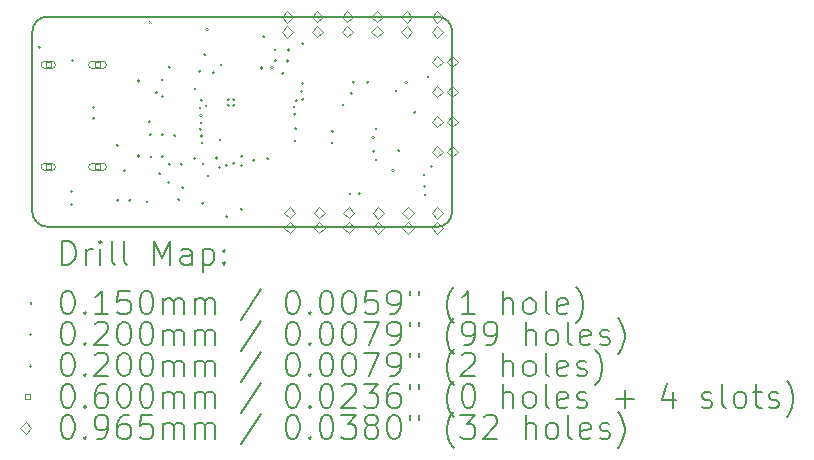
<source format=gbr>
%TF.GenerationSoftware,KiCad,Pcbnew,8.0.6*%
%TF.CreationDate,2024-11-11T10:15:46+01:00*%
%TF.ProjectId,V1,56312e6b-6963-4616-945f-706362585858,r0.1*%
%TF.SameCoordinates,Original*%
%TF.FileFunction,Drillmap*%
%TF.FilePolarity,Positive*%
%FSLAX45Y45*%
G04 Gerber Fmt 4.5, Leading zero omitted, Abs format (unit mm)*
G04 Created by KiCad (PCBNEW 8.0.6) date 2024-11-11 10:15:46*
%MOMM*%
%LPD*%
G01*
G04 APERTURE LIST*
%ADD10C,0.150000*%
%ADD11C,0.200000*%
%ADD12C,0.100000*%
G04 APERTURE END LIST*
D10*
X10130000Y-9110000D02*
X13426000Y-9110000D01*
X13556000Y-9240000D02*
X13556000Y-10760000D01*
X10000000Y-10760000D02*
X10000000Y-9240000D01*
X13426000Y-10890000D02*
X10130000Y-10890000D01*
X13556000Y-10760000D02*
G75*
G02*
X13426000Y-10890000I-130000J0D01*
G01*
X10000000Y-9240000D02*
G75*
G02*
X10130000Y-9110000I130000J0D01*
G01*
X10130000Y-10890000D02*
G75*
G02*
X10000000Y-10760000I0J130000D01*
G01*
X13426000Y-9110000D02*
G75*
G02*
X13556000Y-9240000I0J-130000D01*
G01*
D11*
D12*
X10989500Y-9150500D02*
X11004500Y-9165500D01*
X11004500Y-9150500D02*
X10989500Y-9165500D01*
X10070000Y-9370000D02*
G75*
G02*
X10050000Y-9370000I-10000J0D01*
G01*
X10050000Y-9370000D02*
G75*
G02*
X10070000Y-9370000I10000J0D01*
G01*
X10350000Y-9480000D02*
G75*
G02*
X10330000Y-9480000I-10000J0D01*
G01*
X10330000Y-9480000D02*
G75*
G02*
X10350000Y-9480000I10000J0D01*
G01*
X10530000Y-9879999D02*
G75*
G02*
X10510000Y-9879999I-10000J0D01*
G01*
X10510000Y-9879999D02*
G75*
G02*
X10530000Y-9879999I10000J0D01*
G01*
X10530000Y-9970000D02*
G75*
G02*
X10510000Y-9970000I-10000J0D01*
G01*
X10510000Y-9970000D02*
G75*
G02*
X10530000Y-9970000I10000J0D01*
G01*
X10730000Y-10200000D02*
G75*
G02*
X10710000Y-10200000I-10000J0D01*
G01*
X10710000Y-10200000D02*
G75*
G02*
X10730000Y-10200000I10000J0D01*
G01*
X10735000Y-10665000D02*
G75*
G02*
X10715000Y-10665000I-10000J0D01*
G01*
X10715000Y-10665000D02*
G75*
G02*
X10735000Y-10665000I10000J0D01*
G01*
X10790000Y-10415000D02*
G75*
G02*
X10770000Y-10415000I-10000J0D01*
G01*
X10770000Y-10415000D02*
G75*
G02*
X10790000Y-10415000I10000J0D01*
G01*
X10835000Y-10665000D02*
G75*
G02*
X10815000Y-10665000I-10000J0D01*
G01*
X10815000Y-10665000D02*
G75*
G02*
X10835000Y-10665000I10000J0D01*
G01*
X10910000Y-9655000D02*
G75*
G02*
X10890000Y-9655000I-10000J0D01*
G01*
X10890000Y-9655000D02*
G75*
G02*
X10910000Y-9655000I10000J0D01*
G01*
X10910000Y-10290000D02*
G75*
G02*
X10890000Y-10290000I-10000J0D01*
G01*
X10890000Y-10290000D02*
G75*
G02*
X10910000Y-10290000I10000J0D01*
G01*
X10980000Y-10680000D02*
G75*
G02*
X10960000Y-10680000I-10000J0D01*
G01*
X10960000Y-10680000D02*
G75*
G02*
X10980000Y-10680000I10000J0D01*
G01*
X11000000Y-10000000D02*
G75*
G02*
X10980000Y-10000000I-10000J0D01*
G01*
X10980000Y-10000000D02*
G75*
G02*
X11000000Y-10000000I10000J0D01*
G01*
X11010000Y-10110000D02*
G75*
G02*
X10990000Y-10110000I-10000J0D01*
G01*
X10990000Y-10110000D02*
G75*
G02*
X11010000Y-10110000I10000J0D01*
G01*
X11017027Y-10297746D02*
G75*
G02*
X10997027Y-10297746I-10000J0D01*
G01*
X10997027Y-10297746D02*
G75*
G02*
X11017027Y-10297746I10000J0D01*
G01*
X11060000Y-9754998D02*
G75*
G02*
X11040000Y-9754998I-10000J0D01*
G01*
X11040000Y-9754998D02*
G75*
G02*
X11060000Y-9754998I10000J0D01*
G01*
X11090000Y-10440000D02*
G75*
G02*
X11070000Y-10440000I-10000J0D01*
G01*
X11070000Y-10440000D02*
G75*
G02*
X11090000Y-10440000I10000J0D01*
G01*
X11110000Y-10110000D02*
G75*
G02*
X11090000Y-10110000I-10000J0D01*
G01*
X11090000Y-10110000D02*
G75*
G02*
X11110000Y-10110000I10000J0D01*
G01*
X11110016Y-10297000D02*
G75*
G02*
X11090016Y-10297000I-10000J0D01*
G01*
X11090016Y-10297000D02*
G75*
G02*
X11110016Y-10297000I10000J0D01*
G01*
X11110520Y-9647000D02*
G75*
G02*
X11090520Y-9647000I-10000J0D01*
G01*
X11090520Y-9647000D02*
G75*
G02*
X11110520Y-9647000I10000J0D01*
G01*
X11112500Y-9788538D02*
G75*
G02*
X11092500Y-9788538I-10000J0D01*
G01*
X11092500Y-9788538D02*
G75*
G02*
X11112500Y-9788538I10000J0D01*
G01*
X11163573Y-10513331D02*
G75*
G02*
X11143573Y-10513331I-10000J0D01*
G01*
X11143573Y-10513331D02*
G75*
G02*
X11163573Y-10513331I10000J0D01*
G01*
X11170000Y-9540000D02*
G75*
G02*
X11150000Y-9540000I-10000J0D01*
G01*
X11150000Y-9540000D02*
G75*
G02*
X11170000Y-9540000I10000J0D01*
G01*
X11170000Y-10360000D02*
G75*
G02*
X11150000Y-10360000I-10000J0D01*
G01*
X11150000Y-10360000D02*
G75*
G02*
X11170000Y-10360000I10000J0D01*
G01*
X11215000Y-10119022D02*
G75*
G02*
X11195000Y-10119022I-10000J0D01*
G01*
X11195000Y-10119022D02*
G75*
G02*
X11215000Y-10119022I10000J0D01*
G01*
X11250000Y-10660000D02*
G75*
G02*
X11230000Y-10660000I-10000J0D01*
G01*
X11230000Y-10660000D02*
G75*
G02*
X11250000Y-10660000I10000J0D01*
G01*
X11270000Y-10360000D02*
G75*
G02*
X11250000Y-10360000I-10000J0D01*
G01*
X11250000Y-10360000D02*
G75*
G02*
X11270000Y-10360000I10000J0D01*
G01*
X11283000Y-10560000D02*
G75*
G02*
X11263000Y-10560000I-10000J0D01*
G01*
X11263000Y-10560000D02*
G75*
G02*
X11283000Y-10560000I10000J0D01*
G01*
X11382911Y-10313119D02*
G75*
G02*
X11362911Y-10313119I-10000J0D01*
G01*
X11362911Y-10313119D02*
G75*
G02*
X11382911Y-10313119I10000J0D01*
G01*
X11387000Y-9724000D02*
G75*
G02*
X11367000Y-9724000I-10000J0D01*
G01*
X11367000Y-9724000D02*
G75*
G02*
X11387000Y-9724000I10000J0D01*
G01*
X11428896Y-9884148D02*
G75*
G02*
X11408896Y-9884148I-10000J0D01*
G01*
X11408896Y-9884148D02*
G75*
G02*
X11428896Y-9884148I10000J0D01*
G01*
X11429696Y-9573350D02*
G75*
G02*
X11409696Y-9573350I-10000J0D01*
G01*
X11409696Y-9573350D02*
G75*
G02*
X11429696Y-9573350I10000J0D01*
G01*
X11432000Y-10065000D02*
G75*
G02*
X11412000Y-10065000I-10000J0D01*
G01*
X11412000Y-10065000D02*
G75*
G02*
X11432000Y-10065000I10000J0D01*
G01*
X11439000Y-9948000D02*
G75*
G02*
X11419000Y-9948000I-10000J0D01*
G01*
X11419000Y-9948000D02*
G75*
G02*
X11439000Y-9948000I10000J0D01*
G01*
X11439800Y-10009988D02*
G75*
G02*
X11419800Y-10009988I-10000J0D01*
G01*
X11419800Y-10009988D02*
G75*
G02*
X11439800Y-10009988I10000J0D01*
G01*
X11440000Y-9820000D02*
G75*
G02*
X11420000Y-9820000I-10000J0D01*
G01*
X11420000Y-9820000D02*
G75*
G02*
X11440000Y-9820000I10000J0D01*
G01*
X11444000Y-10121000D02*
G75*
G02*
X11424000Y-10121000I-10000J0D01*
G01*
X11424000Y-10121000D02*
G75*
G02*
X11444000Y-10121000I10000J0D01*
G01*
X11448515Y-10179830D02*
G75*
G02*
X11428515Y-10179830I-10000J0D01*
G01*
X11428515Y-10179830D02*
G75*
G02*
X11448515Y-10179830I10000J0D01*
G01*
X11452500Y-10690000D02*
G75*
G02*
X11432500Y-10690000I-10000J0D01*
G01*
X11432500Y-10690000D02*
G75*
G02*
X11452500Y-10690000I10000J0D01*
G01*
X11455352Y-10358992D02*
G75*
G02*
X11435352Y-10358992I-10000J0D01*
G01*
X11435352Y-10358992D02*
G75*
G02*
X11455352Y-10358992I10000J0D01*
G01*
X11470000Y-9433650D02*
G75*
G02*
X11450000Y-9433650I-10000J0D01*
G01*
X11450000Y-9433650D02*
G75*
G02*
X11470000Y-9433650I10000J0D01*
G01*
X11481645Y-9868573D02*
G75*
G02*
X11461645Y-9868573I-10000J0D01*
G01*
X11461645Y-9868573D02*
G75*
G02*
X11481645Y-9868573I10000J0D01*
G01*
X11490000Y-9220000D02*
G75*
G02*
X11470000Y-9220000I-10000J0D01*
G01*
X11470000Y-9220000D02*
G75*
G02*
X11490000Y-9220000I10000J0D01*
G01*
X11500000Y-10460000D02*
G75*
G02*
X11480000Y-10460000I-10000J0D01*
G01*
X11480000Y-10460000D02*
G75*
G02*
X11500000Y-10460000I10000J0D01*
G01*
X11541774Y-9583774D02*
G75*
G02*
X11521774Y-9583774I-10000J0D01*
G01*
X11521774Y-9583774D02*
G75*
G02*
X11541774Y-9583774I10000J0D01*
G01*
X11570000Y-10308000D02*
G75*
G02*
X11550000Y-10308000I-10000J0D01*
G01*
X11550000Y-10308000D02*
G75*
G02*
X11570000Y-10308000I10000J0D01*
G01*
X11594785Y-10389716D02*
G75*
G02*
X11574785Y-10389716I-10000J0D01*
G01*
X11574785Y-10389716D02*
G75*
G02*
X11594785Y-10389716I10000J0D01*
G01*
X11598313Y-10155000D02*
G75*
G02*
X11578313Y-10155000I-10000J0D01*
G01*
X11578313Y-10155000D02*
G75*
G02*
X11598313Y-10155000I10000J0D01*
G01*
X11608000Y-9521000D02*
G75*
G02*
X11588000Y-9521000I-10000J0D01*
G01*
X11588000Y-9521000D02*
G75*
G02*
X11608000Y-9521000I10000J0D01*
G01*
X11652000Y-10368000D02*
G75*
G02*
X11632000Y-10368000I-10000J0D01*
G01*
X11632000Y-10368000D02*
G75*
G02*
X11652000Y-10368000I10000J0D01*
G01*
X11655000Y-10805000D02*
G75*
G02*
X11635000Y-10805000I-10000J0D01*
G01*
X11635000Y-10805000D02*
G75*
G02*
X11655000Y-10805000I10000J0D01*
G01*
X11670000Y-9815000D02*
G75*
G02*
X11650000Y-9815000I-10000J0D01*
G01*
X11650000Y-9815000D02*
G75*
G02*
X11670000Y-9815000I10000J0D01*
G01*
X11670000Y-9860000D02*
G75*
G02*
X11650000Y-9860000I-10000J0D01*
G01*
X11650000Y-9860000D02*
G75*
G02*
X11670000Y-9860000I10000J0D01*
G01*
X11715000Y-9815000D02*
G75*
G02*
X11695000Y-9815000I-10000J0D01*
G01*
X11695000Y-9815000D02*
G75*
G02*
X11715000Y-9815000I10000J0D01*
G01*
X11715000Y-9860000D02*
G75*
G02*
X11695000Y-9860000I-10000J0D01*
G01*
X11695000Y-9860000D02*
G75*
G02*
X11715000Y-9860000I10000J0D01*
G01*
X11716000Y-10353000D02*
G75*
G02*
X11696000Y-10353000I-10000J0D01*
G01*
X11696000Y-10353000D02*
G75*
G02*
X11716000Y-10353000I10000J0D01*
G01*
X11780000Y-10370000D02*
G75*
G02*
X11760000Y-10370000I-10000J0D01*
G01*
X11760000Y-10370000D02*
G75*
G02*
X11780000Y-10370000I10000J0D01*
G01*
X11780000Y-10740000D02*
G75*
G02*
X11760000Y-10740000I-10000J0D01*
G01*
X11760000Y-10740000D02*
G75*
G02*
X11780000Y-10740000I10000J0D01*
G01*
X11784650Y-10293790D02*
G75*
G02*
X11764650Y-10293790I-10000J0D01*
G01*
X11764650Y-10293790D02*
G75*
G02*
X11784650Y-10293790I10000J0D01*
G01*
X11884650Y-10326540D02*
G75*
G02*
X11864650Y-10326540I-10000J0D01*
G01*
X11864650Y-10326540D02*
G75*
G02*
X11884650Y-10326540I10000J0D01*
G01*
X11950000Y-9545000D02*
G75*
G02*
X11930000Y-9545000I-10000J0D01*
G01*
X11930000Y-9545000D02*
G75*
G02*
X11950000Y-9545000I10000J0D01*
G01*
X11970000Y-9280000D02*
G75*
G02*
X11950000Y-9280000I-10000J0D01*
G01*
X11950000Y-9280000D02*
G75*
G02*
X11970000Y-9280000I10000J0D01*
G01*
X12004000Y-10313000D02*
G75*
G02*
X11984000Y-10313000I-10000J0D01*
G01*
X11984000Y-10313000D02*
G75*
G02*
X12004000Y-10313000I10000J0D01*
G01*
X12040000Y-9540000D02*
G75*
G02*
X12020000Y-9540000I-10000J0D01*
G01*
X12020000Y-9540000D02*
G75*
G02*
X12040000Y-9540000I10000J0D01*
G01*
X12065129Y-9393650D02*
G75*
G02*
X12045129Y-9393650I-10000J0D01*
G01*
X12045129Y-9393650D02*
G75*
G02*
X12065129Y-9393650I10000J0D01*
G01*
X12066289Y-9483007D02*
G75*
G02*
X12046289Y-9483007I-10000J0D01*
G01*
X12046289Y-9483007D02*
G75*
G02*
X12066289Y-9483007I10000J0D01*
G01*
X12130000Y-9590000D02*
G75*
G02*
X12110000Y-9590000I-10000J0D01*
G01*
X12110000Y-9590000D02*
G75*
G02*
X12130000Y-9590000I10000J0D01*
G01*
X12170421Y-9485939D02*
G75*
G02*
X12150421Y-9485939I-10000J0D01*
G01*
X12150421Y-9485939D02*
G75*
G02*
X12170421Y-9485939I10000J0D01*
G01*
X12179400Y-9393650D02*
G75*
G02*
X12159400Y-9393650I-10000J0D01*
G01*
X12159400Y-9393650D02*
G75*
G02*
X12179400Y-9393650I10000J0D01*
G01*
X12225884Y-9874190D02*
G75*
G02*
X12205884Y-9874190I-10000J0D01*
G01*
X12205884Y-9874190D02*
G75*
G02*
X12225884Y-9874190I10000J0D01*
G01*
X12233000Y-9936000D02*
G75*
G02*
X12213000Y-9936000I-10000J0D01*
G01*
X12213000Y-9936000D02*
G75*
G02*
X12233000Y-9936000I10000J0D01*
G01*
X12235000Y-10165000D02*
G75*
G02*
X12215000Y-10165000I-10000J0D01*
G01*
X12215000Y-10165000D02*
G75*
G02*
X12235000Y-10165000I10000J0D01*
G01*
X12240000Y-10060000D02*
G75*
G02*
X12220000Y-10060000I-10000J0D01*
G01*
X12220000Y-10060000D02*
G75*
G02*
X12240000Y-10060000I10000J0D01*
G01*
X12246000Y-9823000D02*
G75*
G02*
X12226000Y-9823000I-10000J0D01*
G01*
X12226000Y-9823000D02*
G75*
G02*
X12246000Y-9823000I10000J0D01*
G01*
X12290102Y-9744736D02*
G75*
G02*
X12270102Y-9744736I-10000J0D01*
G01*
X12270102Y-9744736D02*
G75*
G02*
X12290102Y-9744736I10000J0D01*
G01*
X12299180Y-9677180D02*
G75*
G02*
X12279180Y-9677180I-10000J0D01*
G01*
X12279180Y-9677180D02*
G75*
G02*
X12299180Y-9677180I10000J0D01*
G01*
X12300000Y-9340000D02*
G75*
G02*
X12280000Y-9340000I-10000J0D01*
G01*
X12280000Y-9340000D02*
G75*
G02*
X12300000Y-9340000I10000J0D01*
G01*
X12300000Y-9810000D02*
G75*
G02*
X12280000Y-9810000I-10000J0D01*
G01*
X12280000Y-9810000D02*
G75*
G02*
X12300000Y-9810000I10000J0D01*
G01*
X12550000Y-10080000D02*
G75*
G02*
X12530000Y-10080000I-10000J0D01*
G01*
X12530000Y-10080000D02*
G75*
G02*
X12550000Y-10080000I10000J0D01*
G01*
X12550000Y-10180000D02*
G75*
G02*
X12530000Y-10180000I-10000J0D01*
G01*
X12530000Y-10180000D02*
G75*
G02*
X12550000Y-10180000I10000J0D01*
G01*
X12640000Y-9860000D02*
G75*
G02*
X12620000Y-9860000I-10000J0D01*
G01*
X12620000Y-9860000D02*
G75*
G02*
X12640000Y-9860000I10000J0D01*
G01*
X12700000Y-10610000D02*
G75*
G02*
X12680000Y-10610000I-10000J0D01*
G01*
X12680000Y-10610000D02*
G75*
G02*
X12700000Y-10610000I10000J0D01*
G01*
X12710000Y-9760000D02*
G75*
G02*
X12690000Y-9760000I-10000J0D01*
G01*
X12690000Y-9760000D02*
G75*
G02*
X12710000Y-9760000I10000J0D01*
G01*
X12729058Y-9665000D02*
G75*
G02*
X12709058Y-9665000I-10000J0D01*
G01*
X12709058Y-9665000D02*
G75*
G02*
X12729058Y-9665000I10000J0D01*
G01*
X12780000Y-10610000D02*
G75*
G02*
X12760000Y-10610000I-10000J0D01*
G01*
X12760000Y-10610000D02*
G75*
G02*
X12780000Y-10610000I10000J0D01*
G01*
X12851175Y-9665000D02*
G75*
G02*
X12831175Y-9665000I-10000J0D01*
G01*
X12831175Y-9665000D02*
G75*
G02*
X12851175Y-9665000I10000J0D01*
G01*
X12895355Y-10134645D02*
G75*
G02*
X12875355Y-10134645I-10000J0D01*
G01*
X12875355Y-10134645D02*
G75*
G02*
X12895355Y-10134645I10000J0D01*
G01*
X12900000Y-10250000D02*
G75*
G02*
X12880000Y-10250000I-10000J0D01*
G01*
X12880000Y-10250000D02*
G75*
G02*
X12900000Y-10250000I10000J0D01*
G01*
X12920000Y-10060000D02*
G75*
G02*
X12900000Y-10060000I-10000J0D01*
G01*
X12900000Y-10060000D02*
G75*
G02*
X12920000Y-10060000I10000J0D01*
G01*
X12920978Y-10325000D02*
G75*
G02*
X12900978Y-10325000I-10000J0D01*
G01*
X12900978Y-10325000D02*
G75*
G02*
X12920978Y-10325000I10000J0D01*
G01*
X13063500Y-10413500D02*
G75*
G02*
X13043500Y-10413500I-10000J0D01*
G01*
X13043500Y-10413500D02*
G75*
G02*
X13063500Y-10413500I10000J0D01*
G01*
X13090000Y-9740000D02*
G75*
G02*
X13070000Y-9740000I-10000J0D01*
G01*
X13070000Y-9740000D02*
G75*
G02*
X13090000Y-9740000I10000J0D01*
G01*
X13113500Y-10244470D02*
G75*
G02*
X13093500Y-10244470I-10000J0D01*
G01*
X13093500Y-10244470D02*
G75*
G02*
X13113500Y-10244470I10000J0D01*
G01*
X13174473Y-9668500D02*
G75*
G02*
X13154473Y-9668500I-10000J0D01*
G01*
X13154473Y-9668500D02*
G75*
G02*
X13174473Y-9668500I10000J0D01*
G01*
X13250000Y-9920000D02*
G75*
G02*
X13230000Y-9920000I-10000J0D01*
G01*
X13230000Y-9920000D02*
G75*
G02*
X13250000Y-9920000I10000J0D01*
G01*
X13325348Y-10450177D02*
G75*
G02*
X13305348Y-10450177I-10000J0D01*
G01*
X13305348Y-10450177D02*
G75*
G02*
X13325348Y-10450177I10000J0D01*
G01*
X13331000Y-10550000D02*
G75*
G02*
X13311000Y-10550000I-10000J0D01*
G01*
X13311000Y-10550000D02*
G75*
G02*
X13331000Y-10550000I10000J0D01*
G01*
X13333000Y-10620000D02*
G75*
G02*
X13313000Y-10620000I-10000J0D01*
G01*
X13313000Y-10620000D02*
G75*
G02*
X13333000Y-10620000I10000J0D01*
G01*
X13360000Y-9620000D02*
G75*
G02*
X13340000Y-9620000I-10000J0D01*
G01*
X13340000Y-9620000D02*
G75*
G02*
X13360000Y-9620000I10000J0D01*
G01*
X13390000Y-10380000D02*
G75*
G02*
X13370000Y-10380000I-10000J0D01*
G01*
X13370000Y-10380000D02*
G75*
G02*
X13390000Y-10380000I10000J0D01*
G01*
X10330000Y-10575000D02*
X10330000Y-10595000D01*
X10320000Y-10585000D02*
X10340000Y-10585000D01*
X10330000Y-10685000D02*
X10330000Y-10705000D01*
X10320000Y-10695000D02*
X10340000Y-10695000D01*
X10156213Y-9539213D02*
X10156213Y-9496787D01*
X10113787Y-9496787D01*
X10113787Y-9539213D01*
X10156213Y-9539213D01*
X10165000Y-9488000D02*
X10105000Y-9488000D01*
X10105000Y-9548000D02*
G75*
G02*
X10105000Y-9488000I0J30000D01*
G01*
X10105000Y-9548000D02*
X10165000Y-9548000D01*
X10165000Y-9548000D02*
G75*
G03*
X10165000Y-9488000I0J30000D01*
G01*
X10156213Y-10403213D02*
X10156213Y-10360787D01*
X10113787Y-10360787D01*
X10113787Y-10403213D01*
X10156213Y-10403213D01*
X10165000Y-10352000D02*
X10105000Y-10352000D01*
X10105000Y-10412000D02*
G75*
G02*
X10105000Y-10352000I0J30000D01*
G01*
X10105000Y-10412000D02*
X10165000Y-10412000D01*
X10165000Y-10412000D02*
G75*
G03*
X10165000Y-10352000I0J30000D01*
G01*
X10574213Y-9539213D02*
X10574213Y-9496787D01*
X10531787Y-9496787D01*
X10531787Y-9539213D01*
X10574213Y-9539213D01*
X10598000Y-9488000D02*
X10508000Y-9488000D01*
X10508000Y-9548000D02*
G75*
G02*
X10508000Y-9488000I0J30000D01*
G01*
X10508000Y-9548000D02*
X10598000Y-9548000D01*
X10598000Y-9548000D02*
G75*
G03*
X10598000Y-9488000I0J30000D01*
G01*
X10574213Y-10403213D02*
X10574213Y-10360787D01*
X10531787Y-10360787D01*
X10531787Y-10403213D01*
X10574213Y-10403213D01*
X10598000Y-10352000D02*
X10508000Y-10352000D01*
X10508000Y-10412000D02*
G75*
G02*
X10508000Y-10352000I0J30000D01*
G01*
X10508000Y-10412000D02*
X10598000Y-10412000D01*
X10598000Y-10412000D02*
G75*
G03*
X10598000Y-10352000I0J30000D01*
G01*
X12160000Y-9161260D02*
X12208260Y-9113000D01*
X12160000Y-9064740D01*
X12111740Y-9113000D01*
X12160000Y-9161260D01*
X12160000Y-9288260D02*
X12208260Y-9240000D01*
X12160000Y-9191740D01*
X12111740Y-9240000D01*
X12160000Y-9288260D01*
X12180000Y-10818260D02*
X12228260Y-10770000D01*
X12180000Y-10721740D01*
X12131740Y-10770000D01*
X12180000Y-10818260D01*
X12180000Y-10945260D02*
X12228260Y-10897000D01*
X12180000Y-10848740D01*
X12131740Y-10897000D01*
X12180000Y-10945260D01*
X12413000Y-9159260D02*
X12461260Y-9111000D01*
X12413000Y-9062740D01*
X12364740Y-9111000D01*
X12413000Y-9159260D01*
X12413000Y-9286260D02*
X12461260Y-9238000D01*
X12413000Y-9189740D01*
X12364740Y-9238000D01*
X12413000Y-9286260D01*
X12430000Y-10818260D02*
X12478260Y-10770000D01*
X12430000Y-10721740D01*
X12381740Y-10770000D01*
X12430000Y-10818260D01*
X12430000Y-10945260D02*
X12478260Y-10897000D01*
X12430000Y-10848740D01*
X12381740Y-10897000D01*
X12430000Y-10945260D01*
X12667000Y-9159260D02*
X12715260Y-9111000D01*
X12667000Y-9062740D01*
X12618740Y-9111000D01*
X12667000Y-9159260D01*
X12667000Y-9286260D02*
X12715260Y-9238000D01*
X12667000Y-9189740D01*
X12618740Y-9238000D01*
X12667000Y-9286260D01*
X12680000Y-10818260D02*
X12728260Y-10770000D01*
X12680000Y-10721740D01*
X12631740Y-10770000D01*
X12680000Y-10818260D01*
X12680000Y-10945260D02*
X12728260Y-10897000D01*
X12680000Y-10848740D01*
X12631740Y-10897000D01*
X12680000Y-10945260D01*
X12920000Y-9159260D02*
X12968260Y-9111000D01*
X12920000Y-9062740D01*
X12871740Y-9111000D01*
X12920000Y-9159260D01*
X12920000Y-9286260D02*
X12968260Y-9238000D01*
X12920000Y-9189740D01*
X12871740Y-9238000D01*
X12920000Y-9286260D01*
X12930000Y-10820410D02*
X12978260Y-10772150D01*
X12930000Y-10723890D01*
X12881740Y-10772150D01*
X12930000Y-10820410D01*
X12930000Y-10947410D02*
X12978260Y-10899150D01*
X12930000Y-10850890D01*
X12881740Y-10899150D01*
X12930000Y-10947410D01*
X13170000Y-9161260D02*
X13218260Y-9113000D01*
X13170000Y-9064740D01*
X13121740Y-9113000D01*
X13170000Y-9161260D01*
X13170000Y-9288260D02*
X13218260Y-9240000D01*
X13170000Y-9191740D01*
X13121740Y-9240000D01*
X13170000Y-9288260D01*
X13180000Y-10820410D02*
X13228260Y-10772150D01*
X13180000Y-10723890D01*
X13131740Y-10772150D01*
X13180000Y-10820410D01*
X13180000Y-10947410D02*
X13228260Y-10899150D01*
X13180000Y-10850890D01*
X13131740Y-10899150D01*
X13180000Y-10947410D01*
X13429000Y-9540260D02*
X13477260Y-9492000D01*
X13429000Y-9443740D01*
X13380740Y-9492000D01*
X13429000Y-9540260D01*
X13429000Y-9794260D02*
X13477260Y-9746000D01*
X13429000Y-9697740D01*
X13380740Y-9746000D01*
X13429000Y-9794260D01*
X13429000Y-10048260D02*
X13477260Y-10000000D01*
X13429000Y-9951740D01*
X13380740Y-10000000D01*
X13429000Y-10048260D01*
X13429000Y-10302260D02*
X13477260Y-10254000D01*
X13429000Y-10205740D01*
X13380740Y-10254000D01*
X13429000Y-10302260D01*
X13430000Y-9161260D02*
X13478260Y-9113000D01*
X13430000Y-9064740D01*
X13381740Y-9113000D01*
X13430000Y-9161260D01*
X13430000Y-9288260D02*
X13478260Y-9240000D01*
X13430000Y-9191740D01*
X13381740Y-9240000D01*
X13430000Y-9288260D01*
X13430000Y-10820410D02*
X13478260Y-10772150D01*
X13430000Y-10723890D01*
X13381740Y-10772150D01*
X13430000Y-10820410D01*
X13430000Y-10947410D02*
X13478260Y-10899150D01*
X13430000Y-10850890D01*
X13381740Y-10899150D01*
X13430000Y-10947410D01*
X13556000Y-9540260D02*
X13604260Y-9492000D01*
X13556000Y-9443740D01*
X13507740Y-9492000D01*
X13556000Y-9540260D01*
X13556000Y-9794260D02*
X13604260Y-9746000D01*
X13556000Y-9697740D01*
X13507740Y-9746000D01*
X13556000Y-9794260D01*
X13556000Y-10048260D02*
X13604260Y-10000000D01*
X13556000Y-9951740D01*
X13507740Y-10000000D01*
X13556000Y-10048260D01*
X13556000Y-10302260D02*
X13604260Y-10254000D01*
X13556000Y-10205740D01*
X13507740Y-10254000D01*
X13556000Y-10302260D01*
D11*
X10253277Y-11208984D02*
X10253277Y-11008984D01*
X10253277Y-11008984D02*
X10300896Y-11008984D01*
X10300896Y-11008984D02*
X10329467Y-11018508D01*
X10329467Y-11018508D02*
X10348515Y-11037555D01*
X10348515Y-11037555D02*
X10358039Y-11056603D01*
X10358039Y-11056603D02*
X10367563Y-11094698D01*
X10367563Y-11094698D02*
X10367563Y-11123270D01*
X10367563Y-11123270D02*
X10358039Y-11161365D01*
X10358039Y-11161365D02*
X10348515Y-11180412D01*
X10348515Y-11180412D02*
X10329467Y-11199460D01*
X10329467Y-11199460D02*
X10300896Y-11208984D01*
X10300896Y-11208984D02*
X10253277Y-11208984D01*
X10453277Y-11208984D02*
X10453277Y-11075650D01*
X10453277Y-11113746D02*
X10462801Y-11094698D01*
X10462801Y-11094698D02*
X10472324Y-11085174D01*
X10472324Y-11085174D02*
X10491372Y-11075650D01*
X10491372Y-11075650D02*
X10510420Y-11075650D01*
X10577086Y-11208984D02*
X10577086Y-11075650D01*
X10577086Y-11008984D02*
X10567563Y-11018508D01*
X10567563Y-11018508D02*
X10577086Y-11028031D01*
X10577086Y-11028031D02*
X10586610Y-11018508D01*
X10586610Y-11018508D02*
X10577086Y-11008984D01*
X10577086Y-11008984D02*
X10577086Y-11028031D01*
X10700896Y-11208984D02*
X10681848Y-11199460D01*
X10681848Y-11199460D02*
X10672324Y-11180412D01*
X10672324Y-11180412D02*
X10672324Y-11008984D01*
X10805658Y-11208984D02*
X10786610Y-11199460D01*
X10786610Y-11199460D02*
X10777086Y-11180412D01*
X10777086Y-11180412D02*
X10777086Y-11008984D01*
X11034229Y-11208984D02*
X11034229Y-11008984D01*
X11034229Y-11008984D02*
X11100896Y-11151841D01*
X11100896Y-11151841D02*
X11167563Y-11008984D01*
X11167563Y-11008984D02*
X11167563Y-11208984D01*
X11348515Y-11208984D02*
X11348515Y-11104222D01*
X11348515Y-11104222D02*
X11338991Y-11085174D01*
X11338991Y-11085174D02*
X11319943Y-11075650D01*
X11319943Y-11075650D02*
X11281848Y-11075650D01*
X11281848Y-11075650D02*
X11262801Y-11085174D01*
X11348515Y-11199460D02*
X11329467Y-11208984D01*
X11329467Y-11208984D02*
X11281848Y-11208984D01*
X11281848Y-11208984D02*
X11262801Y-11199460D01*
X11262801Y-11199460D02*
X11253277Y-11180412D01*
X11253277Y-11180412D02*
X11253277Y-11161365D01*
X11253277Y-11161365D02*
X11262801Y-11142317D01*
X11262801Y-11142317D02*
X11281848Y-11132793D01*
X11281848Y-11132793D02*
X11329467Y-11132793D01*
X11329467Y-11132793D02*
X11348515Y-11123270D01*
X11443753Y-11075650D02*
X11443753Y-11275650D01*
X11443753Y-11085174D02*
X11462801Y-11075650D01*
X11462801Y-11075650D02*
X11500896Y-11075650D01*
X11500896Y-11075650D02*
X11519943Y-11085174D01*
X11519943Y-11085174D02*
X11529467Y-11094698D01*
X11529467Y-11094698D02*
X11538991Y-11113746D01*
X11538991Y-11113746D02*
X11538991Y-11170889D01*
X11538991Y-11170889D02*
X11529467Y-11189936D01*
X11529467Y-11189936D02*
X11519943Y-11199460D01*
X11519943Y-11199460D02*
X11500896Y-11208984D01*
X11500896Y-11208984D02*
X11462801Y-11208984D01*
X11462801Y-11208984D02*
X11443753Y-11199460D01*
X11624705Y-11189936D02*
X11634229Y-11199460D01*
X11634229Y-11199460D02*
X11624705Y-11208984D01*
X11624705Y-11208984D02*
X11615182Y-11199460D01*
X11615182Y-11199460D02*
X11624705Y-11189936D01*
X11624705Y-11189936D02*
X11624705Y-11208984D01*
X11624705Y-11085174D02*
X11634229Y-11094698D01*
X11634229Y-11094698D02*
X11624705Y-11104222D01*
X11624705Y-11104222D02*
X11615182Y-11094698D01*
X11615182Y-11094698D02*
X11624705Y-11085174D01*
X11624705Y-11085174D02*
X11624705Y-11104222D01*
D12*
X9977500Y-11530000D02*
X9992500Y-11545000D01*
X9992500Y-11530000D02*
X9977500Y-11545000D01*
D11*
X10291372Y-11428984D02*
X10310420Y-11428984D01*
X10310420Y-11428984D02*
X10329467Y-11438508D01*
X10329467Y-11438508D02*
X10338991Y-11448031D01*
X10338991Y-11448031D02*
X10348515Y-11467079D01*
X10348515Y-11467079D02*
X10358039Y-11505174D01*
X10358039Y-11505174D02*
X10358039Y-11552793D01*
X10358039Y-11552793D02*
X10348515Y-11590888D01*
X10348515Y-11590888D02*
X10338991Y-11609936D01*
X10338991Y-11609936D02*
X10329467Y-11619460D01*
X10329467Y-11619460D02*
X10310420Y-11628984D01*
X10310420Y-11628984D02*
X10291372Y-11628984D01*
X10291372Y-11628984D02*
X10272324Y-11619460D01*
X10272324Y-11619460D02*
X10262801Y-11609936D01*
X10262801Y-11609936D02*
X10253277Y-11590888D01*
X10253277Y-11590888D02*
X10243753Y-11552793D01*
X10243753Y-11552793D02*
X10243753Y-11505174D01*
X10243753Y-11505174D02*
X10253277Y-11467079D01*
X10253277Y-11467079D02*
X10262801Y-11448031D01*
X10262801Y-11448031D02*
X10272324Y-11438508D01*
X10272324Y-11438508D02*
X10291372Y-11428984D01*
X10443753Y-11609936D02*
X10453277Y-11619460D01*
X10453277Y-11619460D02*
X10443753Y-11628984D01*
X10443753Y-11628984D02*
X10434229Y-11619460D01*
X10434229Y-11619460D02*
X10443753Y-11609936D01*
X10443753Y-11609936D02*
X10443753Y-11628984D01*
X10643753Y-11628984D02*
X10529467Y-11628984D01*
X10586610Y-11628984D02*
X10586610Y-11428984D01*
X10586610Y-11428984D02*
X10567563Y-11457555D01*
X10567563Y-11457555D02*
X10548515Y-11476603D01*
X10548515Y-11476603D02*
X10529467Y-11486127D01*
X10824705Y-11428984D02*
X10729467Y-11428984D01*
X10729467Y-11428984D02*
X10719944Y-11524222D01*
X10719944Y-11524222D02*
X10729467Y-11514698D01*
X10729467Y-11514698D02*
X10748515Y-11505174D01*
X10748515Y-11505174D02*
X10796134Y-11505174D01*
X10796134Y-11505174D02*
X10815182Y-11514698D01*
X10815182Y-11514698D02*
X10824705Y-11524222D01*
X10824705Y-11524222D02*
X10834229Y-11543269D01*
X10834229Y-11543269D02*
X10834229Y-11590888D01*
X10834229Y-11590888D02*
X10824705Y-11609936D01*
X10824705Y-11609936D02*
X10815182Y-11619460D01*
X10815182Y-11619460D02*
X10796134Y-11628984D01*
X10796134Y-11628984D02*
X10748515Y-11628984D01*
X10748515Y-11628984D02*
X10729467Y-11619460D01*
X10729467Y-11619460D02*
X10719944Y-11609936D01*
X10958039Y-11428984D02*
X10977086Y-11428984D01*
X10977086Y-11428984D02*
X10996134Y-11438508D01*
X10996134Y-11438508D02*
X11005658Y-11448031D01*
X11005658Y-11448031D02*
X11015182Y-11467079D01*
X11015182Y-11467079D02*
X11024705Y-11505174D01*
X11024705Y-11505174D02*
X11024705Y-11552793D01*
X11024705Y-11552793D02*
X11015182Y-11590888D01*
X11015182Y-11590888D02*
X11005658Y-11609936D01*
X11005658Y-11609936D02*
X10996134Y-11619460D01*
X10996134Y-11619460D02*
X10977086Y-11628984D01*
X10977086Y-11628984D02*
X10958039Y-11628984D01*
X10958039Y-11628984D02*
X10938991Y-11619460D01*
X10938991Y-11619460D02*
X10929467Y-11609936D01*
X10929467Y-11609936D02*
X10919944Y-11590888D01*
X10919944Y-11590888D02*
X10910420Y-11552793D01*
X10910420Y-11552793D02*
X10910420Y-11505174D01*
X10910420Y-11505174D02*
X10919944Y-11467079D01*
X10919944Y-11467079D02*
X10929467Y-11448031D01*
X10929467Y-11448031D02*
X10938991Y-11438508D01*
X10938991Y-11438508D02*
X10958039Y-11428984D01*
X11110420Y-11628984D02*
X11110420Y-11495650D01*
X11110420Y-11514698D02*
X11119944Y-11505174D01*
X11119944Y-11505174D02*
X11138991Y-11495650D01*
X11138991Y-11495650D02*
X11167563Y-11495650D01*
X11167563Y-11495650D02*
X11186610Y-11505174D01*
X11186610Y-11505174D02*
X11196134Y-11524222D01*
X11196134Y-11524222D02*
X11196134Y-11628984D01*
X11196134Y-11524222D02*
X11205658Y-11505174D01*
X11205658Y-11505174D02*
X11224705Y-11495650D01*
X11224705Y-11495650D02*
X11253277Y-11495650D01*
X11253277Y-11495650D02*
X11272324Y-11505174D01*
X11272324Y-11505174D02*
X11281848Y-11524222D01*
X11281848Y-11524222D02*
X11281848Y-11628984D01*
X11377086Y-11628984D02*
X11377086Y-11495650D01*
X11377086Y-11514698D02*
X11386610Y-11505174D01*
X11386610Y-11505174D02*
X11405658Y-11495650D01*
X11405658Y-11495650D02*
X11434229Y-11495650D01*
X11434229Y-11495650D02*
X11453277Y-11505174D01*
X11453277Y-11505174D02*
X11462801Y-11524222D01*
X11462801Y-11524222D02*
X11462801Y-11628984D01*
X11462801Y-11524222D02*
X11472324Y-11505174D01*
X11472324Y-11505174D02*
X11491372Y-11495650D01*
X11491372Y-11495650D02*
X11519943Y-11495650D01*
X11519943Y-11495650D02*
X11538991Y-11505174D01*
X11538991Y-11505174D02*
X11548515Y-11524222D01*
X11548515Y-11524222D02*
X11548515Y-11628984D01*
X11938991Y-11419460D02*
X11767563Y-11676603D01*
X12196134Y-11428984D02*
X12215182Y-11428984D01*
X12215182Y-11428984D02*
X12234229Y-11438508D01*
X12234229Y-11438508D02*
X12243753Y-11448031D01*
X12243753Y-11448031D02*
X12253277Y-11467079D01*
X12253277Y-11467079D02*
X12262801Y-11505174D01*
X12262801Y-11505174D02*
X12262801Y-11552793D01*
X12262801Y-11552793D02*
X12253277Y-11590888D01*
X12253277Y-11590888D02*
X12243753Y-11609936D01*
X12243753Y-11609936D02*
X12234229Y-11619460D01*
X12234229Y-11619460D02*
X12215182Y-11628984D01*
X12215182Y-11628984D02*
X12196134Y-11628984D01*
X12196134Y-11628984D02*
X12177086Y-11619460D01*
X12177086Y-11619460D02*
X12167563Y-11609936D01*
X12167563Y-11609936D02*
X12158039Y-11590888D01*
X12158039Y-11590888D02*
X12148515Y-11552793D01*
X12148515Y-11552793D02*
X12148515Y-11505174D01*
X12148515Y-11505174D02*
X12158039Y-11467079D01*
X12158039Y-11467079D02*
X12167563Y-11448031D01*
X12167563Y-11448031D02*
X12177086Y-11438508D01*
X12177086Y-11438508D02*
X12196134Y-11428984D01*
X12348515Y-11609936D02*
X12358039Y-11619460D01*
X12358039Y-11619460D02*
X12348515Y-11628984D01*
X12348515Y-11628984D02*
X12338991Y-11619460D01*
X12338991Y-11619460D02*
X12348515Y-11609936D01*
X12348515Y-11609936D02*
X12348515Y-11628984D01*
X12481848Y-11428984D02*
X12500896Y-11428984D01*
X12500896Y-11428984D02*
X12519944Y-11438508D01*
X12519944Y-11438508D02*
X12529467Y-11448031D01*
X12529467Y-11448031D02*
X12538991Y-11467079D01*
X12538991Y-11467079D02*
X12548515Y-11505174D01*
X12548515Y-11505174D02*
X12548515Y-11552793D01*
X12548515Y-11552793D02*
X12538991Y-11590888D01*
X12538991Y-11590888D02*
X12529467Y-11609936D01*
X12529467Y-11609936D02*
X12519944Y-11619460D01*
X12519944Y-11619460D02*
X12500896Y-11628984D01*
X12500896Y-11628984D02*
X12481848Y-11628984D01*
X12481848Y-11628984D02*
X12462801Y-11619460D01*
X12462801Y-11619460D02*
X12453277Y-11609936D01*
X12453277Y-11609936D02*
X12443753Y-11590888D01*
X12443753Y-11590888D02*
X12434229Y-11552793D01*
X12434229Y-11552793D02*
X12434229Y-11505174D01*
X12434229Y-11505174D02*
X12443753Y-11467079D01*
X12443753Y-11467079D02*
X12453277Y-11448031D01*
X12453277Y-11448031D02*
X12462801Y-11438508D01*
X12462801Y-11438508D02*
X12481848Y-11428984D01*
X12672325Y-11428984D02*
X12691372Y-11428984D01*
X12691372Y-11428984D02*
X12710420Y-11438508D01*
X12710420Y-11438508D02*
X12719944Y-11448031D01*
X12719944Y-11448031D02*
X12729467Y-11467079D01*
X12729467Y-11467079D02*
X12738991Y-11505174D01*
X12738991Y-11505174D02*
X12738991Y-11552793D01*
X12738991Y-11552793D02*
X12729467Y-11590888D01*
X12729467Y-11590888D02*
X12719944Y-11609936D01*
X12719944Y-11609936D02*
X12710420Y-11619460D01*
X12710420Y-11619460D02*
X12691372Y-11628984D01*
X12691372Y-11628984D02*
X12672325Y-11628984D01*
X12672325Y-11628984D02*
X12653277Y-11619460D01*
X12653277Y-11619460D02*
X12643753Y-11609936D01*
X12643753Y-11609936D02*
X12634229Y-11590888D01*
X12634229Y-11590888D02*
X12624706Y-11552793D01*
X12624706Y-11552793D02*
X12624706Y-11505174D01*
X12624706Y-11505174D02*
X12634229Y-11467079D01*
X12634229Y-11467079D02*
X12643753Y-11448031D01*
X12643753Y-11448031D02*
X12653277Y-11438508D01*
X12653277Y-11438508D02*
X12672325Y-11428984D01*
X12919944Y-11428984D02*
X12824706Y-11428984D01*
X12824706Y-11428984D02*
X12815182Y-11524222D01*
X12815182Y-11524222D02*
X12824706Y-11514698D01*
X12824706Y-11514698D02*
X12843753Y-11505174D01*
X12843753Y-11505174D02*
X12891372Y-11505174D01*
X12891372Y-11505174D02*
X12910420Y-11514698D01*
X12910420Y-11514698D02*
X12919944Y-11524222D01*
X12919944Y-11524222D02*
X12929467Y-11543269D01*
X12929467Y-11543269D02*
X12929467Y-11590888D01*
X12929467Y-11590888D02*
X12919944Y-11609936D01*
X12919944Y-11609936D02*
X12910420Y-11619460D01*
X12910420Y-11619460D02*
X12891372Y-11628984D01*
X12891372Y-11628984D02*
X12843753Y-11628984D01*
X12843753Y-11628984D02*
X12824706Y-11619460D01*
X12824706Y-11619460D02*
X12815182Y-11609936D01*
X13024706Y-11628984D02*
X13062801Y-11628984D01*
X13062801Y-11628984D02*
X13081848Y-11619460D01*
X13081848Y-11619460D02*
X13091372Y-11609936D01*
X13091372Y-11609936D02*
X13110420Y-11581365D01*
X13110420Y-11581365D02*
X13119944Y-11543269D01*
X13119944Y-11543269D02*
X13119944Y-11467079D01*
X13119944Y-11467079D02*
X13110420Y-11448031D01*
X13110420Y-11448031D02*
X13100896Y-11438508D01*
X13100896Y-11438508D02*
X13081848Y-11428984D01*
X13081848Y-11428984D02*
X13043753Y-11428984D01*
X13043753Y-11428984D02*
X13024706Y-11438508D01*
X13024706Y-11438508D02*
X13015182Y-11448031D01*
X13015182Y-11448031D02*
X13005658Y-11467079D01*
X13005658Y-11467079D02*
X13005658Y-11514698D01*
X13005658Y-11514698D02*
X13015182Y-11533746D01*
X13015182Y-11533746D02*
X13024706Y-11543269D01*
X13024706Y-11543269D02*
X13043753Y-11552793D01*
X13043753Y-11552793D02*
X13081848Y-11552793D01*
X13081848Y-11552793D02*
X13100896Y-11543269D01*
X13100896Y-11543269D02*
X13110420Y-11533746D01*
X13110420Y-11533746D02*
X13119944Y-11514698D01*
X13196134Y-11428984D02*
X13196134Y-11467079D01*
X13272325Y-11428984D02*
X13272325Y-11467079D01*
X13567563Y-11705174D02*
X13558039Y-11695650D01*
X13558039Y-11695650D02*
X13538991Y-11667079D01*
X13538991Y-11667079D02*
X13529468Y-11648031D01*
X13529468Y-11648031D02*
X13519944Y-11619460D01*
X13519944Y-11619460D02*
X13510420Y-11571841D01*
X13510420Y-11571841D02*
X13510420Y-11533746D01*
X13510420Y-11533746D02*
X13519944Y-11486127D01*
X13519944Y-11486127D02*
X13529468Y-11457555D01*
X13529468Y-11457555D02*
X13538991Y-11438508D01*
X13538991Y-11438508D02*
X13558039Y-11409936D01*
X13558039Y-11409936D02*
X13567563Y-11400412D01*
X13748515Y-11628984D02*
X13634229Y-11628984D01*
X13691372Y-11628984D02*
X13691372Y-11428984D01*
X13691372Y-11428984D02*
X13672325Y-11457555D01*
X13672325Y-11457555D02*
X13653277Y-11476603D01*
X13653277Y-11476603D02*
X13634229Y-11486127D01*
X13986610Y-11628984D02*
X13986610Y-11428984D01*
X14072325Y-11628984D02*
X14072325Y-11524222D01*
X14072325Y-11524222D02*
X14062801Y-11505174D01*
X14062801Y-11505174D02*
X14043753Y-11495650D01*
X14043753Y-11495650D02*
X14015182Y-11495650D01*
X14015182Y-11495650D02*
X13996134Y-11505174D01*
X13996134Y-11505174D02*
X13986610Y-11514698D01*
X14196134Y-11628984D02*
X14177087Y-11619460D01*
X14177087Y-11619460D02*
X14167563Y-11609936D01*
X14167563Y-11609936D02*
X14158039Y-11590888D01*
X14158039Y-11590888D02*
X14158039Y-11533746D01*
X14158039Y-11533746D02*
X14167563Y-11514698D01*
X14167563Y-11514698D02*
X14177087Y-11505174D01*
X14177087Y-11505174D02*
X14196134Y-11495650D01*
X14196134Y-11495650D02*
X14224706Y-11495650D01*
X14224706Y-11495650D02*
X14243753Y-11505174D01*
X14243753Y-11505174D02*
X14253277Y-11514698D01*
X14253277Y-11514698D02*
X14262801Y-11533746D01*
X14262801Y-11533746D02*
X14262801Y-11590888D01*
X14262801Y-11590888D02*
X14253277Y-11609936D01*
X14253277Y-11609936D02*
X14243753Y-11619460D01*
X14243753Y-11619460D02*
X14224706Y-11628984D01*
X14224706Y-11628984D02*
X14196134Y-11628984D01*
X14377087Y-11628984D02*
X14358039Y-11619460D01*
X14358039Y-11619460D02*
X14348515Y-11600412D01*
X14348515Y-11600412D02*
X14348515Y-11428984D01*
X14529468Y-11619460D02*
X14510420Y-11628984D01*
X14510420Y-11628984D02*
X14472325Y-11628984D01*
X14472325Y-11628984D02*
X14453277Y-11619460D01*
X14453277Y-11619460D02*
X14443753Y-11600412D01*
X14443753Y-11600412D02*
X14443753Y-11524222D01*
X14443753Y-11524222D02*
X14453277Y-11505174D01*
X14453277Y-11505174D02*
X14472325Y-11495650D01*
X14472325Y-11495650D02*
X14510420Y-11495650D01*
X14510420Y-11495650D02*
X14529468Y-11505174D01*
X14529468Y-11505174D02*
X14538991Y-11524222D01*
X14538991Y-11524222D02*
X14538991Y-11543269D01*
X14538991Y-11543269D02*
X14443753Y-11562317D01*
X14605658Y-11705174D02*
X14615182Y-11695650D01*
X14615182Y-11695650D02*
X14634230Y-11667079D01*
X14634230Y-11667079D02*
X14643753Y-11648031D01*
X14643753Y-11648031D02*
X14653277Y-11619460D01*
X14653277Y-11619460D02*
X14662801Y-11571841D01*
X14662801Y-11571841D02*
X14662801Y-11533746D01*
X14662801Y-11533746D02*
X14653277Y-11486127D01*
X14653277Y-11486127D02*
X14643753Y-11457555D01*
X14643753Y-11457555D02*
X14634230Y-11438508D01*
X14634230Y-11438508D02*
X14615182Y-11409936D01*
X14615182Y-11409936D02*
X14605658Y-11400412D01*
D12*
X9992500Y-11801500D02*
G75*
G02*
X9972500Y-11801500I-10000J0D01*
G01*
X9972500Y-11801500D02*
G75*
G02*
X9992500Y-11801500I10000J0D01*
G01*
D11*
X10291372Y-11692984D02*
X10310420Y-11692984D01*
X10310420Y-11692984D02*
X10329467Y-11702508D01*
X10329467Y-11702508D02*
X10338991Y-11712031D01*
X10338991Y-11712031D02*
X10348515Y-11731079D01*
X10348515Y-11731079D02*
X10358039Y-11769174D01*
X10358039Y-11769174D02*
X10358039Y-11816793D01*
X10358039Y-11816793D02*
X10348515Y-11854888D01*
X10348515Y-11854888D02*
X10338991Y-11873936D01*
X10338991Y-11873936D02*
X10329467Y-11883460D01*
X10329467Y-11883460D02*
X10310420Y-11892984D01*
X10310420Y-11892984D02*
X10291372Y-11892984D01*
X10291372Y-11892984D02*
X10272324Y-11883460D01*
X10272324Y-11883460D02*
X10262801Y-11873936D01*
X10262801Y-11873936D02*
X10253277Y-11854888D01*
X10253277Y-11854888D02*
X10243753Y-11816793D01*
X10243753Y-11816793D02*
X10243753Y-11769174D01*
X10243753Y-11769174D02*
X10253277Y-11731079D01*
X10253277Y-11731079D02*
X10262801Y-11712031D01*
X10262801Y-11712031D02*
X10272324Y-11702508D01*
X10272324Y-11702508D02*
X10291372Y-11692984D01*
X10443753Y-11873936D02*
X10453277Y-11883460D01*
X10453277Y-11883460D02*
X10443753Y-11892984D01*
X10443753Y-11892984D02*
X10434229Y-11883460D01*
X10434229Y-11883460D02*
X10443753Y-11873936D01*
X10443753Y-11873936D02*
X10443753Y-11892984D01*
X10529467Y-11712031D02*
X10538991Y-11702508D01*
X10538991Y-11702508D02*
X10558039Y-11692984D01*
X10558039Y-11692984D02*
X10605658Y-11692984D01*
X10605658Y-11692984D02*
X10624705Y-11702508D01*
X10624705Y-11702508D02*
X10634229Y-11712031D01*
X10634229Y-11712031D02*
X10643753Y-11731079D01*
X10643753Y-11731079D02*
X10643753Y-11750127D01*
X10643753Y-11750127D02*
X10634229Y-11778698D01*
X10634229Y-11778698D02*
X10519944Y-11892984D01*
X10519944Y-11892984D02*
X10643753Y-11892984D01*
X10767563Y-11692984D02*
X10786610Y-11692984D01*
X10786610Y-11692984D02*
X10805658Y-11702508D01*
X10805658Y-11702508D02*
X10815182Y-11712031D01*
X10815182Y-11712031D02*
X10824705Y-11731079D01*
X10824705Y-11731079D02*
X10834229Y-11769174D01*
X10834229Y-11769174D02*
X10834229Y-11816793D01*
X10834229Y-11816793D02*
X10824705Y-11854888D01*
X10824705Y-11854888D02*
X10815182Y-11873936D01*
X10815182Y-11873936D02*
X10805658Y-11883460D01*
X10805658Y-11883460D02*
X10786610Y-11892984D01*
X10786610Y-11892984D02*
X10767563Y-11892984D01*
X10767563Y-11892984D02*
X10748515Y-11883460D01*
X10748515Y-11883460D02*
X10738991Y-11873936D01*
X10738991Y-11873936D02*
X10729467Y-11854888D01*
X10729467Y-11854888D02*
X10719944Y-11816793D01*
X10719944Y-11816793D02*
X10719944Y-11769174D01*
X10719944Y-11769174D02*
X10729467Y-11731079D01*
X10729467Y-11731079D02*
X10738991Y-11712031D01*
X10738991Y-11712031D02*
X10748515Y-11702508D01*
X10748515Y-11702508D02*
X10767563Y-11692984D01*
X10958039Y-11692984D02*
X10977086Y-11692984D01*
X10977086Y-11692984D02*
X10996134Y-11702508D01*
X10996134Y-11702508D02*
X11005658Y-11712031D01*
X11005658Y-11712031D02*
X11015182Y-11731079D01*
X11015182Y-11731079D02*
X11024705Y-11769174D01*
X11024705Y-11769174D02*
X11024705Y-11816793D01*
X11024705Y-11816793D02*
X11015182Y-11854888D01*
X11015182Y-11854888D02*
X11005658Y-11873936D01*
X11005658Y-11873936D02*
X10996134Y-11883460D01*
X10996134Y-11883460D02*
X10977086Y-11892984D01*
X10977086Y-11892984D02*
X10958039Y-11892984D01*
X10958039Y-11892984D02*
X10938991Y-11883460D01*
X10938991Y-11883460D02*
X10929467Y-11873936D01*
X10929467Y-11873936D02*
X10919944Y-11854888D01*
X10919944Y-11854888D02*
X10910420Y-11816793D01*
X10910420Y-11816793D02*
X10910420Y-11769174D01*
X10910420Y-11769174D02*
X10919944Y-11731079D01*
X10919944Y-11731079D02*
X10929467Y-11712031D01*
X10929467Y-11712031D02*
X10938991Y-11702508D01*
X10938991Y-11702508D02*
X10958039Y-11692984D01*
X11110420Y-11892984D02*
X11110420Y-11759650D01*
X11110420Y-11778698D02*
X11119944Y-11769174D01*
X11119944Y-11769174D02*
X11138991Y-11759650D01*
X11138991Y-11759650D02*
X11167563Y-11759650D01*
X11167563Y-11759650D02*
X11186610Y-11769174D01*
X11186610Y-11769174D02*
X11196134Y-11788222D01*
X11196134Y-11788222D02*
X11196134Y-11892984D01*
X11196134Y-11788222D02*
X11205658Y-11769174D01*
X11205658Y-11769174D02*
X11224705Y-11759650D01*
X11224705Y-11759650D02*
X11253277Y-11759650D01*
X11253277Y-11759650D02*
X11272324Y-11769174D01*
X11272324Y-11769174D02*
X11281848Y-11788222D01*
X11281848Y-11788222D02*
X11281848Y-11892984D01*
X11377086Y-11892984D02*
X11377086Y-11759650D01*
X11377086Y-11778698D02*
X11386610Y-11769174D01*
X11386610Y-11769174D02*
X11405658Y-11759650D01*
X11405658Y-11759650D02*
X11434229Y-11759650D01*
X11434229Y-11759650D02*
X11453277Y-11769174D01*
X11453277Y-11769174D02*
X11462801Y-11788222D01*
X11462801Y-11788222D02*
X11462801Y-11892984D01*
X11462801Y-11788222D02*
X11472324Y-11769174D01*
X11472324Y-11769174D02*
X11491372Y-11759650D01*
X11491372Y-11759650D02*
X11519943Y-11759650D01*
X11519943Y-11759650D02*
X11538991Y-11769174D01*
X11538991Y-11769174D02*
X11548515Y-11788222D01*
X11548515Y-11788222D02*
X11548515Y-11892984D01*
X11938991Y-11683460D02*
X11767563Y-11940603D01*
X12196134Y-11692984D02*
X12215182Y-11692984D01*
X12215182Y-11692984D02*
X12234229Y-11702508D01*
X12234229Y-11702508D02*
X12243753Y-11712031D01*
X12243753Y-11712031D02*
X12253277Y-11731079D01*
X12253277Y-11731079D02*
X12262801Y-11769174D01*
X12262801Y-11769174D02*
X12262801Y-11816793D01*
X12262801Y-11816793D02*
X12253277Y-11854888D01*
X12253277Y-11854888D02*
X12243753Y-11873936D01*
X12243753Y-11873936D02*
X12234229Y-11883460D01*
X12234229Y-11883460D02*
X12215182Y-11892984D01*
X12215182Y-11892984D02*
X12196134Y-11892984D01*
X12196134Y-11892984D02*
X12177086Y-11883460D01*
X12177086Y-11883460D02*
X12167563Y-11873936D01*
X12167563Y-11873936D02*
X12158039Y-11854888D01*
X12158039Y-11854888D02*
X12148515Y-11816793D01*
X12148515Y-11816793D02*
X12148515Y-11769174D01*
X12148515Y-11769174D02*
X12158039Y-11731079D01*
X12158039Y-11731079D02*
X12167563Y-11712031D01*
X12167563Y-11712031D02*
X12177086Y-11702508D01*
X12177086Y-11702508D02*
X12196134Y-11692984D01*
X12348515Y-11873936D02*
X12358039Y-11883460D01*
X12358039Y-11883460D02*
X12348515Y-11892984D01*
X12348515Y-11892984D02*
X12338991Y-11883460D01*
X12338991Y-11883460D02*
X12348515Y-11873936D01*
X12348515Y-11873936D02*
X12348515Y-11892984D01*
X12481848Y-11692984D02*
X12500896Y-11692984D01*
X12500896Y-11692984D02*
X12519944Y-11702508D01*
X12519944Y-11702508D02*
X12529467Y-11712031D01*
X12529467Y-11712031D02*
X12538991Y-11731079D01*
X12538991Y-11731079D02*
X12548515Y-11769174D01*
X12548515Y-11769174D02*
X12548515Y-11816793D01*
X12548515Y-11816793D02*
X12538991Y-11854888D01*
X12538991Y-11854888D02*
X12529467Y-11873936D01*
X12529467Y-11873936D02*
X12519944Y-11883460D01*
X12519944Y-11883460D02*
X12500896Y-11892984D01*
X12500896Y-11892984D02*
X12481848Y-11892984D01*
X12481848Y-11892984D02*
X12462801Y-11883460D01*
X12462801Y-11883460D02*
X12453277Y-11873936D01*
X12453277Y-11873936D02*
X12443753Y-11854888D01*
X12443753Y-11854888D02*
X12434229Y-11816793D01*
X12434229Y-11816793D02*
X12434229Y-11769174D01*
X12434229Y-11769174D02*
X12443753Y-11731079D01*
X12443753Y-11731079D02*
X12453277Y-11712031D01*
X12453277Y-11712031D02*
X12462801Y-11702508D01*
X12462801Y-11702508D02*
X12481848Y-11692984D01*
X12672325Y-11692984D02*
X12691372Y-11692984D01*
X12691372Y-11692984D02*
X12710420Y-11702508D01*
X12710420Y-11702508D02*
X12719944Y-11712031D01*
X12719944Y-11712031D02*
X12729467Y-11731079D01*
X12729467Y-11731079D02*
X12738991Y-11769174D01*
X12738991Y-11769174D02*
X12738991Y-11816793D01*
X12738991Y-11816793D02*
X12729467Y-11854888D01*
X12729467Y-11854888D02*
X12719944Y-11873936D01*
X12719944Y-11873936D02*
X12710420Y-11883460D01*
X12710420Y-11883460D02*
X12691372Y-11892984D01*
X12691372Y-11892984D02*
X12672325Y-11892984D01*
X12672325Y-11892984D02*
X12653277Y-11883460D01*
X12653277Y-11883460D02*
X12643753Y-11873936D01*
X12643753Y-11873936D02*
X12634229Y-11854888D01*
X12634229Y-11854888D02*
X12624706Y-11816793D01*
X12624706Y-11816793D02*
X12624706Y-11769174D01*
X12624706Y-11769174D02*
X12634229Y-11731079D01*
X12634229Y-11731079D02*
X12643753Y-11712031D01*
X12643753Y-11712031D02*
X12653277Y-11702508D01*
X12653277Y-11702508D02*
X12672325Y-11692984D01*
X12805658Y-11692984D02*
X12938991Y-11692984D01*
X12938991Y-11692984D02*
X12853277Y-11892984D01*
X13024706Y-11892984D02*
X13062801Y-11892984D01*
X13062801Y-11892984D02*
X13081848Y-11883460D01*
X13081848Y-11883460D02*
X13091372Y-11873936D01*
X13091372Y-11873936D02*
X13110420Y-11845365D01*
X13110420Y-11845365D02*
X13119944Y-11807269D01*
X13119944Y-11807269D02*
X13119944Y-11731079D01*
X13119944Y-11731079D02*
X13110420Y-11712031D01*
X13110420Y-11712031D02*
X13100896Y-11702508D01*
X13100896Y-11702508D02*
X13081848Y-11692984D01*
X13081848Y-11692984D02*
X13043753Y-11692984D01*
X13043753Y-11692984D02*
X13024706Y-11702508D01*
X13024706Y-11702508D02*
X13015182Y-11712031D01*
X13015182Y-11712031D02*
X13005658Y-11731079D01*
X13005658Y-11731079D02*
X13005658Y-11778698D01*
X13005658Y-11778698D02*
X13015182Y-11797746D01*
X13015182Y-11797746D02*
X13024706Y-11807269D01*
X13024706Y-11807269D02*
X13043753Y-11816793D01*
X13043753Y-11816793D02*
X13081848Y-11816793D01*
X13081848Y-11816793D02*
X13100896Y-11807269D01*
X13100896Y-11807269D02*
X13110420Y-11797746D01*
X13110420Y-11797746D02*
X13119944Y-11778698D01*
X13196134Y-11692984D02*
X13196134Y-11731079D01*
X13272325Y-11692984D02*
X13272325Y-11731079D01*
X13567563Y-11969174D02*
X13558039Y-11959650D01*
X13558039Y-11959650D02*
X13538991Y-11931079D01*
X13538991Y-11931079D02*
X13529468Y-11912031D01*
X13529468Y-11912031D02*
X13519944Y-11883460D01*
X13519944Y-11883460D02*
X13510420Y-11835841D01*
X13510420Y-11835841D02*
X13510420Y-11797746D01*
X13510420Y-11797746D02*
X13519944Y-11750127D01*
X13519944Y-11750127D02*
X13529468Y-11721555D01*
X13529468Y-11721555D02*
X13538991Y-11702508D01*
X13538991Y-11702508D02*
X13558039Y-11673936D01*
X13558039Y-11673936D02*
X13567563Y-11664412D01*
X13653277Y-11892984D02*
X13691372Y-11892984D01*
X13691372Y-11892984D02*
X13710420Y-11883460D01*
X13710420Y-11883460D02*
X13719944Y-11873936D01*
X13719944Y-11873936D02*
X13738991Y-11845365D01*
X13738991Y-11845365D02*
X13748515Y-11807269D01*
X13748515Y-11807269D02*
X13748515Y-11731079D01*
X13748515Y-11731079D02*
X13738991Y-11712031D01*
X13738991Y-11712031D02*
X13729468Y-11702508D01*
X13729468Y-11702508D02*
X13710420Y-11692984D01*
X13710420Y-11692984D02*
X13672325Y-11692984D01*
X13672325Y-11692984D02*
X13653277Y-11702508D01*
X13653277Y-11702508D02*
X13643753Y-11712031D01*
X13643753Y-11712031D02*
X13634229Y-11731079D01*
X13634229Y-11731079D02*
X13634229Y-11778698D01*
X13634229Y-11778698D02*
X13643753Y-11797746D01*
X13643753Y-11797746D02*
X13653277Y-11807269D01*
X13653277Y-11807269D02*
X13672325Y-11816793D01*
X13672325Y-11816793D02*
X13710420Y-11816793D01*
X13710420Y-11816793D02*
X13729468Y-11807269D01*
X13729468Y-11807269D02*
X13738991Y-11797746D01*
X13738991Y-11797746D02*
X13748515Y-11778698D01*
X13843753Y-11892984D02*
X13881848Y-11892984D01*
X13881848Y-11892984D02*
X13900896Y-11883460D01*
X13900896Y-11883460D02*
X13910420Y-11873936D01*
X13910420Y-11873936D02*
X13929468Y-11845365D01*
X13929468Y-11845365D02*
X13938991Y-11807269D01*
X13938991Y-11807269D02*
X13938991Y-11731079D01*
X13938991Y-11731079D02*
X13929468Y-11712031D01*
X13929468Y-11712031D02*
X13919944Y-11702508D01*
X13919944Y-11702508D02*
X13900896Y-11692984D01*
X13900896Y-11692984D02*
X13862801Y-11692984D01*
X13862801Y-11692984D02*
X13843753Y-11702508D01*
X13843753Y-11702508D02*
X13834229Y-11712031D01*
X13834229Y-11712031D02*
X13824706Y-11731079D01*
X13824706Y-11731079D02*
X13824706Y-11778698D01*
X13824706Y-11778698D02*
X13834229Y-11797746D01*
X13834229Y-11797746D02*
X13843753Y-11807269D01*
X13843753Y-11807269D02*
X13862801Y-11816793D01*
X13862801Y-11816793D02*
X13900896Y-11816793D01*
X13900896Y-11816793D02*
X13919944Y-11807269D01*
X13919944Y-11807269D02*
X13929468Y-11797746D01*
X13929468Y-11797746D02*
X13938991Y-11778698D01*
X14177087Y-11892984D02*
X14177087Y-11692984D01*
X14262801Y-11892984D02*
X14262801Y-11788222D01*
X14262801Y-11788222D02*
X14253277Y-11769174D01*
X14253277Y-11769174D02*
X14234230Y-11759650D01*
X14234230Y-11759650D02*
X14205658Y-11759650D01*
X14205658Y-11759650D02*
X14186610Y-11769174D01*
X14186610Y-11769174D02*
X14177087Y-11778698D01*
X14386610Y-11892984D02*
X14367563Y-11883460D01*
X14367563Y-11883460D02*
X14358039Y-11873936D01*
X14358039Y-11873936D02*
X14348515Y-11854888D01*
X14348515Y-11854888D02*
X14348515Y-11797746D01*
X14348515Y-11797746D02*
X14358039Y-11778698D01*
X14358039Y-11778698D02*
X14367563Y-11769174D01*
X14367563Y-11769174D02*
X14386610Y-11759650D01*
X14386610Y-11759650D02*
X14415182Y-11759650D01*
X14415182Y-11759650D02*
X14434230Y-11769174D01*
X14434230Y-11769174D02*
X14443753Y-11778698D01*
X14443753Y-11778698D02*
X14453277Y-11797746D01*
X14453277Y-11797746D02*
X14453277Y-11854888D01*
X14453277Y-11854888D02*
X14443753Y-11873936D01*
X14443753Y-11873936D02*
X14434230Y-11883460D01*
X14434230Y-11883460D02*
X14415182Y-11892984D01*
X14415182Y-11892984D02*
X14386610Y-11892984D01*
X14567563Y-11892984D02*
X14548515Y-11883460D01*
X14548515Y-11883460D02*
X14538991Y-11864412D01*
X14538991Y-11864412D02*
X14538991Y-11692984D01*
X14719944Y-11883460D02*
X14700896Y-11892984D01*
X14700896Y-11892984D02*
X14662801Y-11892984D01*
X14662801Y-11892984D02*
X14643753Y-11883460D01*
X14643753Y-11883460D02*
X14634230Y-11864412D01*
X14634230Y-11864412D02*
X14634230Y-11788222D01*
X14634230Y-11788222D02*
X14643753Y-11769174D01*
X14643753Y-11769174D02*
X14662801Y-11759650D01*
X14662801Y-11759650D02*
X14700896Y-11759650D01*
X14700896Y-11759650D02*
X14719944Y-11769174D01*
X14719944Y-11769174D02*
X14729468Y-11788222D01*
X14729468Y-11788222D02*
X14729468Y-11807269D01*
X14729468Y-11807269D02*
X14634230Y-11826317D01*
X14805658Y-11883460D02*
X14824706Y-11892984D01*
X14824706Y-11892984D02*
X14862801Y-11892984D01*
X14862801Y-11892984D02*
X14881849Y-11883460D01*
X14881849Y-11883460D02*
X14891372Y-11864412D01*
X14891372Y-11864412D02*
X14891372Y-11854888D01*
X14891372Y-11854888D02*
X14881849Y-11835841D01*
X14881849Y-11835841D02*
X14862801Y-11826317D01*
X14862801Y-11826317D02*
X14834230Y-11826317D01*
X14834230Y-11826317D02*
X14815182Y-11816793D01*
X14815182Y-11816793D02*
X14805658Y-11797746D01*
X14805658Y-11797746D02*
X14805658Y-11788222D01*
X14805658Y-11788222D02*
X14815182Y-11769174D01*
X14815182Y-11769174D02*
X14834230Y-11759650D01*
X14834230Y-11759650D02*
X14862801Y-11759650D01*
X14862801Y-11759650D02*
X14881849Y-11769174D01*
X14958039Y-11969174D02*
X14967563Y-11959650D01*
X14967563Y-11959650D02*
X14986611Y-11931079D01*
X14986611Y-11931079D02*
X14996134Y-11912031D01*
X14996134Y-11912031D02*
X15005658Y-11883460D01*
X15005658Y-11883460D02*
X15015182Y-11835841D01*
X15015182Y-11835841D02*
X15015182Y-11797746D01*
X15015182Y-11797746D02*
X15005658Y-11750127D01*
X15005658Y-11750127D02*
X14996134Y-11721555D01*
X14996134Y-11721555D02*
X14986611Y-11702508D01*
X14986611Y-11702508D02*
X14967563Y-11673936D01*
X14967563Y-11673936D02*
X14958039Y-11664412D01*
D12*
X9982500Y-12055500D02*
X9982500Y-12075500D01*
X9972500Y-12065500D02*
X9992500Y-12065500D01*
D11*
X10291372Y-11956984D02*
X10310420Y-11956984D01*
X10310420Y-11956984D02*
X10329467Y-11966508D01*
X10329467Y-11966508D02*
X10338991Y-11976031D01*
X10338991Y-11976031D02*
X10348515Y-11995079D01*
X10348515Y-11995079D02*
X10358039Y-12033174D01*
X10358039Y-12033174D02*
X10358039Y-12080793D01*
X10358039Y-12080793D02*
X10348515Y-12118888D01*
X10348515Y-12118888D02*
X10338991Y-12137936D01*
X10338991Y-12137936D02*
X10329467Y-12147460D01*
X10329467Y-12147460D02*
X10310420Y-12156984D01*
X10310420Y-12156984D02*
X10291372Y-12156984D01*
X10291372Y-12156984D02*
X10272324Y-12147460D01*
X10272324Y-12147460D02*
X10262801Y-12137936D01*
X10262801Y-12137936D02*
X10253277Y-12118888D01*
X10253277Y-12118888D02*
X10243753Y-12080793D01*
X10243753Y-12080793D02*
X10243753Y-12033174D01*
X10243753Y-12033174D02*
X10253277Y-11995079D01*
X10253277Y-11995079D02*
X10262801Y-11976031D01*
X10262801Y-11976031D02*
X10272324Y-11966508D01*
X10272324Y-11966508D02*
X10291372Y-11956984D01*
X10443753Y-12137936D02*
X10453277Y-12147460D01*
X10453277Y-12147460D02*
X10443753Y-12156984D01*
X10443753Y-12156984D02*
X10434229Y-12147460D01*
X10434229Y-12147460D02*
X10443753Y-12137936D01*
X10443753Y-12137936D02*
X10443753Y-12156984D01*
X10529467Y-11976031D02*
X10538991Y-11966508D01*
X10538991Y-11966508D02*
X10558039Y-11956984D01*
X10558039Y-11956984D02*
X10605658Y-11956984D01*
X10605658Y-11956984D02*
X10624705Y-11966508D01*
X10624705Y-11966508D02*
X10634229Y-11976031D01*
X10634229Y-11976031D02*
X10643753Y-11995079D01*
X10643753Y-11995079D02*
X10643753Y-12014127D01*
X10643753Y-12014127D02*
X10634229Y-12042698D01*
X10634229Y-12042698D02*
X10519944Y-12156984D01*
X10519944Y-12156984D02*
X10643753Y-12156984D01*
X10767563Y-11956984D02*
X10786610Y-11956984D01*
X10786610Y-11956984D02*
X10805658Y-11966508D01*
X10805658Y-11966508D02*
X10815182Y-11976031D01*
X10815182Y-11976031D02*
X10824705Y-11995079D01*
X10824705Y-11995079D02*
X10834229Y-12033174D01*
X10834229Y-12033174D02*
X10834229Y-12080793D01*
X10834229Y-12080793D02*
X10824705Y-12118888D01*
X10824705Y-12118888D02*
X10815182Y-12137936D01*
X10815182Y-12137936D02*
X10805658Y-12147460D01*
X10805658Y-12147460D02*
X10786610Y-12156984D01*
X10786610Y-12156984D02*
X10767563Y-12156984D01*
X10767563Y-12156984D02*
X10748515Y-12147460D01*
X10748515Y-12147460D02*
X10738991Y-12137936D01*
X10738991Y-12137936D02*
X10729467Y-12118888D01*
X10729467Y-12118888D02*
X10719944Y-12080793D01*
X10719944Y-12080793D02*
X10719944Y-12033174D01*
X10719944Y-12033174D02*
X10729467Y-11995079D01*
X10729467Y-11995079D02*
X10738991Y-11976031D01*
X10738991Y-11976031D02*
X10748515Y-11966508D01*
X10748515Y-11966508D02*
X10767563Y-11956984D01*
X10958039Y-11956984D02*
X10977086Y-11956984D01*
X10977086Y-11956984D02*
X10996134Y-11966508D01*
X10996134Y-11966508D02*
X11005658Y-11976031D01*
X11005658Y-11976031D02*
X11015182Y-11995079D01*
X11015182Y-11995079D02*
X11024705Y-12033174D01*
X11024705Y-12033174D02*
X11024705Y-12080793D01*
X11024705Y-12080793D02*
X11015182Y-12118888D01*
X11015182Y-12118888D02*
X11005658Y-12137936D01*
X11005658Y-12137936D02*
X10996134Y-12147460D01*
X10996134Y-12147460D02*
X10977086Y-12156984D01*
X10977086Y-12156984D02*
X10958039Y-12156984D01*
X10958039Y-12156984D02*
X10938991Y-12147460D01*
X10938991Y-12147460D02*
X10929467Y-12137936D01*
X10929467Y-12137936D02*
X10919944Y-12118888D01*
X10919944Y-12118888D02*
X10910420Y-12080793D01*
X10910420Y-12080793D02*
X10910420Y-12033174D01*
X10910420Y-12033174D02*
X10919944Y-11995079D01*
X10919944Y-11995079D02*
X10929467Y-11976031D01*
X10929467Y-11976031D02*
X10938991Y-11966508D01*
X10938991Y-11966508D02*
X10958039Y-11956984D01*
X11110420Y-12156984D02*
X11110420Y-12023650D01*
X11110420Y-12042698D02*
X11119944Y-12033174D01*
X11119944Y-12033174D02*
X11138991Y-12023650D01*
X11138991Y-12023650D02*
X11167563Y-12023650D01*
X11167563Y-12023650D02*
X11186610Y-12033174D01*
X11186610Y-12033174D02*
X11196134Y-12052222D01*
X11196134Y-12052222D02*
X11196134Y-12156984D01*
X11196134Y-12052222D02*
X11205658Y-12033174D01*
X11205658Y-12033174D02*
X11224705Y-12023650D01*
X11224705Y-12023650D02*
X11253277Y-12023650D01*
X11253277Y-12023650D02*
X11272324Y-12033174D01*
X11272324Y-12033174D02*
X11281848Y-12052222D01*
X11281848Y-12052222D02*
X11281848Y-12156984D01*
X11377086Y-12156984D02*
X11377086Y-12023650D01*
X11377086Y-12042698D02*
X11386610Y-12033174D01*
X11386610Y-12033174D02*
X11405658Y-12023650D01*
X11405658Y-12023650D02*
X11434229Y-12023650D01*
X11434229Y-12023650D02*
X11453277Y-12033174D01*
X11453277Y-12033174D02*
X11462801Y-12052222D01*
X11462801Y-12052222D02*
X11462801Y-12156984D01*
X11462801Y-12052222D02*
X11472324Y-12033174D01*
X11472324Y-12033174D02*
X11491372Y-12023650D01*
X11491372Y-12023650D02*
X11519943Y-12023650D01*
X11519943Y-12023650D02*
X11538991Y-12033174D01*
X11538991Y-12033174D02*
X11548515Y-12052222D01*
X11548515Y-12052222D02*
X11548515Y-12156984D01*
X11938991Y-11947460D02*
X11767563Y-12204603D01*
X12196134Y-11956984D02*
X12215182Y-11956984D01*
X12215182Y-11956984D02*
X12234229Y-11966508D01*
X12234229Y-11966508D02*
X12243753Y-11976031D01*
X12243753Y-11976031D02*
X12253277Y-11995079D01*
X12253277Y-11995079D02*
X12262801Y-12033174D01*
X12262801Y-12033174D02*
X12262801Y-12080793D01*
X12262801Y-12080793D02*
X12253277Y-12118888D01*
X12253277Y-12118888D02*
X12243753Y-12137936D01*
X12243753Y-12137936D02*
X12234229Y-12147460D01*
X12234229Y-12147460D02*
X12215182Y-12156984D01*
X12215182Y-12156984D02*
X12196134Y-12156984D01*
X12196134Y-12156984D02*
X12177086Y-12147460D01*
X12177086Y-12147460D02*
X12167563Y-12137936D01*
X12167563Y-12137936D02*
X12158039Y-12118888D01*
X12158039Y-12118888D02*
X12148515Y-12080793D01*
X12148515Y-12080793D02*
X12148515Y-12033174D01*
X12148515Y-12033174D02*
X12158039Y-11995079D01*
X12158039Y-11995079D02*
X12167563Y-11976031D01*
X12167563Y-11976031D02*
X12177086Y-11966508D01*
X12177086Y-11966508D02*
X12196134Y-11956984D01*
X12348515Y-12137936D02*
X12358039Y-12147460D01*
X12358039Y-12147460D02*
X12348515Y-12156984D01*
X12348515Y-12156984D02*
X12338991Y-12147460D01*
X12338991Y-12147460D02*
X12348515Y-12137936D01*
X12348515Y-12137936D02*
X12348515Y-12156984D01*
X12481848Y-11956984D02*
X12500896Y-11956984D01*
X12500896Y-11956984D02*
X12519944Y-11966508D01*
X12519944Y-11966508D02*
X12529467Y-11976031D01*
X12529467Y-11976031D02*
X12538991Y-11995079D01*
X12538991Y-11995079D02*
X12548515Y-12033174D01*
X12548515Y-12033174D02*
X12548515Y-12080793D01*
X12548515Y-12080793D02*
X12538991Y-12118888D01*
X12538991Y-12118888D02*
X12529467Y-12137936D01*
X12529467Y-12137936D02*
X12519944Y-12147460D01*
X12519944Y-12147460D02*
X12500896Y-12156984D01*
X12500896Y-12156984D02*
X12481848Y-12156984D01*
X12481848Y-12156984D02*
X12462801Y-12147460D01*
X12462801Y-12147460D02*
X12453277Y-12137936D01*
X12453277Y-12137936D02*
X12443753Y-12118888D01*
X12443753Y-12118888D02*
X12434229Y-12080793D01*
X12434229Y-12080793D02*
X12434229Y-12033174D01*
X12434229Y-12033174D02*
X12443753Y-11995079D01*
X12443753Y-11995079D02*
X12453277Y-11976031D01*
X12453277Y-11976031D02*
X12462801Y-11966508D01*
X12462801Y-11966508D02*
X12481848Y-11956984D01*
X12672325Y-11956984D02*
X12691372Y-11956984D01*
X12691372Y-11956984D02*
X12710420Y-11966508D01*
X12710420Y-11966508D02*
X12719944Y-11976031D01*
X12719944Y-11976031D02*
X12729467Y-11995079D01*
X12729467Y-11995079D02*
X12738991Y-12033174D01*
X12738991Y-12033174D02*
X12738991Y-12080793D01*
X12738991Y-12080793D02*
X12729467Y-12118888D01*
X12729467Y-12118888D02*
X12719944Y-12137936D01*
X12719944Y-12137936D02*
X12710420Y-12147460D01*
X12710420Y-12147460D02*
X12691372Y-12156984D01*
X12691372Y-12156984D02*
X12672325Y-12156984D01*
X12672325Y-12156984D02*
X12653277Y-12147460D01*
X12653277Y-12147460D02*
X12643753Y-12137936D01*
X12643753Y-12137936D02*
X12634229Y-12118888D01*
X12634229Y-12118888D02*
X12624706Y-12080793D01*
X12624706Y-12080793D02*
X12624706Y-12033174D01*
X12624706Y-12033174D02*
X12634229Y-11995079D01*
X12634229Y-11995079D02*
X12643753Y-11976031D01*
X12643753Y-11976031D02*
X12653277Y-11966508D01*
X12653277Y-11966508D02*
X12672325Y-11956984D01*
X12805658Y-11956984D02*
X12938991Y-11956984D01*
X12938991Y-11956984D02*
X12853277Y-12156984D01*
X13024706Y-12156984D02*
X13062801Y-12156984D01*
X13062801Y-12156984D02*
X13081848Y-12147460D01*
X13081848Y-12147460D02*
X13091372Y-12137936D01*
X13091372Y-12137936D02*
X13110420Y-12109365D01*
X13110420Y-12109365D02*
X13119944Y-12071269D01*
X13119944Y-12071269D02*
X13119944Y-11995079D01*
X13119944Y-11995079D02*
X13110420Y-11976031D01*
X13110420Y-11976031D02*
X13100896Y-11966508D01*
X13100896Y-11966508D02*
X13081848Y-11956984D01*
X13081848Y-11956984D02*
X13043753Y-11956984D01*
X13043753Y-11956984D02*
X13024706Y-11966508D01*
X13024706Y-11966508D02*
X13015182Y-11976031D01*
X13015182Y-11976031D02*
X13005658Y-11995079D01*
X13005658Y-11995079D02*
X13005658Y-12042698D01*
X13005658Y-12042698D02*
X13015182Y-12061746D01*
X13015182Y-12061746D02*
X13024706Y-12071269D01*
X13024706Y-12071269D02*
X13043753Y-12080793D01*
X13043753Y-12080793D02*
X13081848Y-12080793D01*
X13081848Y-12080793D02*
X13100896Y-12071269D01*
X13100896Y-12071269D02*
X13110420Y-12061746D01*
X13110420Y-12061746D02*
X13119944Y-12042698D01*
X13196134Y-11956984D02*
X13196134Y-11995079D01*
X13272325Y-11956984D02*
X13272325Y-11995079D01*
X13567563Y-12233174D02*
X13558039Y-12223650D01*
X13558039Y-12223650D02*
X13538991Y-12195079D01*
X13538991Y-12195079D02*
X13529468Y-12176031D01*
X13529468Y-12176031D02*
X13519944Y-12147460D01*
X13519944Y-12147460D02*
X13510420Y-12099841D01*
X13510420Y-12099841D02*
X13510420Y-12061746D01*
X13510420Y-12061746D02*
X13519944Y-12014127D01*
X13519944Y-12014127D02*
X13529468Y-11985555D01*
X13529468Y-11985555D02*
X13538991Y-11966508D01*
X13538991Y-11966508D02*
X13558039Y-11937936D01*
X13558039Y-11937936D02*
X13567563Y-11928412D01*
X13634229Y-11976031D02*
X13643753Y-11966508D01*
X13643753Y-11966508D02*
X13662801Y-11956984D01*
X13662801Y-11956984D02*
X13710420Y-11956984D01*
X13710420Y-11956984D02*
X13729468Y-11966508D01*
X13729468Y-11966508D02*
X13738991Y-11976031D01*
X13738991Y-11976031D02*
X13748515Y-11995079D01*
X13748515Y-11995079D02*
X13748515Y-12014127D01*
X13748515Y-12014127D02*
X13738991Y-12042698D01*
X13738991Y-12042698D02*
X13624706Y-12156984D01*
X13624706Y-12156984D02*
X13748515Y-12156984D01*
X13986610Y-12156984D02*
X13986610Y-11956984D01*
X14072325Y-12156984D02*
X14072325Y-12052222D01*
X14072325Y-12052222D02*
X14062801Y-12033174D01*
X14062801Y-12033174D02*
X14043753Y-12023650D01*
X14043753Y-12023650D02*
X14015182Y-12023650D01*
X14015182Y-12023650D02*
X13996134Y-12033174D01*
X13996134Y-12033174D02*
X13986610Y-12042698D01*
X14196134Y-12156984D02*
X14177087Y-12147460D01*
X14177087Y-12147460D02*
X14167563Y-12137936D01*
X14167563Y-12137936D02*
X14158039Y-12118888D01*
X14158039Y-12118888D02*
X14158039Y-12061746D01*
X14158039Y-12061746D02*
X14167563Y-12042698D01*
X14167563Y-12042698D02*
X14177087Y-12033174D01*
X14177087Y-12033174D02*
X14196134Y-12023650D01*
X14196134Y-12023650D02*
X14224706Y-12023650D01*
X14224706Y-12023650D02*
X14243753Y-12033174D01*
X14243753Y-12033174D02*
X14253277Y-12042698D01*
X14253277Y-12042698D02*
X14262801Y-12061746D01*
X14262801Y-12061746D02*
X14262801Y-12118888D01*
X14262801Y-12118888D02*
X14253277Y-12137936D01*
X14253277Y-12137936D02*
X14243753Y-12147460D01*
X14243753Y-12147460D02*
X14224706Y-12156984D01*
X14224706Y-12156984D02*
X14196134Y-12156984D01*
X14377087Y-12156984D02*
X14358039Y-12147460D01*
X14358039Y-12147460D02*
X14348515Y-12128412D01*
X14348515Y-12128412D02*
X14348515Y-11956984D01*
X14529468Y-12147460D02*
X14510420Y-12156984D01*
X14510420Y-12156984D02*
X14472325Y-12156984D01*
X14472325Y-12156984D02*
X14453277Y-12147460D01*
X14453277Y-12147460D02*
X14443753Y-12128412D01*
X14443753Y-12128412D02*
X14443753Y-12052222D01*
X14443753Y-12052222D02*
X14453277Y-12033174D01*
X14453277Y-12033174D02*
X14472325Y-12023650D01*
X14472325Y-12023650D02*
X14510420Y-12023650D01*
X14510420Y-12023650D02*
X14529468Y-12033174D01*
X14529468Y-12033174D02*
X14538991Y-12052222D01*
X14538991Y-12052222D02*
X14538991Y-12071269D01*
X14538991Y-12071269D02*
X14443753Y-12090317D01*
X14615182Y-12147460D02*
X14634230Y-12156984D01*
X14634230Y-12156984D02*
X14672325Y-12156984D01*
X14672325Y-12156984D02*
X14691372Y-12147460D01*
X14691372Y-12147460D02*
X14700896Y-12128412D01*
X14700896Y-12128412D02*
X14700896Y-12118888D01*
X14700896Y-12118888D02*
X14691372Y-12099841D01*
X14691372Y-12099841D02*
X14672325Y-12090317D01*
X14672325Y-12090317D02*
X14643753Y-12090317D01*
X14643753Y-12090317D02*
X14624706Y-12080793D01*
X14624706Y-12080793D02*
X14615182Y-12061746D01*
X14615182Y-12061746D02*
X14615182Y-12052222D01*
X14615182Y-12052222D02*
X14624706Y-12033174D01*
X14624706Y-12033174D02*
X14643753Y-12023650D01*
X14643753Y-12023650D02*
X14672325Y-12023650D01*
X14672325Y-12023650D02*
X14691372Y-12033174D01*
X14767563Y-12233174D02*
X14777087Y-12223650D01*
X14777087Y-12223650D02*
X14796134Y-12195079D01*
X14796134Y-12195079D02*
X14805658Y-12176031D01*
X14805658Y-12176031D02*
X14815182Y-12147460D01*
X14815182Y-12147460D02*
X14824706Y-12099841D01*
X14824706Y-12099841D02*
X14824706Y-12061746D01*
X14824706Y-12061746D02*
X14815182Y-12014127D01*
X14815182Y-12014127D02*
X14805658Y-11985555D01*
X14805658Y-11985555D02*
X14796134Y-11966508D01*
X14796134Y-11966508D02*
X14777087Y-11937936D01*
X14777087Y-11937936D02*
X14767563Y-11928412D01*
D12*
X9983713Y-12350713D02*
X9983713Y-12308287D01*
X9941287Y-12308287D01*
X9941287Y-12350713D01*
X9983713Y-12350713D01*
D11*
X10291372Y-12220984D02*
X10310420Y-12220984D01*
X10310420Y-12220984D02*
X10329467Y-12230508D01*
X10329467Y-12230508D02*
X10338991Y-12240031D01*
X10338991Y-12240031D02*
X10348515Y-12259079D01*
X10348515Y-12259079D02*
X10358039Y-12297174D01*
X10358039Y-12297174D02*
X10358039Y-12344793D01*
X10358039Y-12344793D02*
X10348515Y-12382888D01*
X10348515Y-12382888D02*
X10338991Y-12401936D01*
X10338991Y-12401936D02*
X10329467Y-12411460D01*
X10329467Y-12411460D02*
X10310420Y-12420984D01*
X10310420Y-12420984D02*
X10291372Y-12420984D01*
X10291372Y-12420984D02*
X10272324Y-12411460D01*
X10272324Y-12411460D02*
X10262801Y-12401936D01*
X10262801Y-12401936D02*
X10253277Y-12382888D01*
X10253277Y-12382888D02*
X10243753Y-12344793D01*
X10243753Y-12344793D02*
X10243753Y-12297174D01*
X10243753Y-12297174D02*
X10253277Y-12259079D01*
X10253277Y-12259079D02*
X10262801Y-12240031D01*
X10262801Y-12240031D02*
X10272324Y-12230508D01*
X10272324Y-12230508D02*
X10291372Y-12220984D01*
X10443753Y-12401936D02*
X10453277Y-12411460D01*
X10453277Y-12411460D02*
X10443753Y-12420984D01*
X10443753Y-12420984D02*
X10434229Y-12411460D01*
X10434229Y-12411460D02*
X10443753Y-12401936D01*
X10443753Y-12401936D02*
X10443753Y-12420984D01*
X10624705Y-12220984D02*
X10586610Y-12220984D01*
X10586610Y-12220984D02*
X10567563Y-12230508D01*
X10567563Y-12230508D02*
X10558039Y-12240031D01*
X10558039Y-12240031D02*
X10538991Y-12268603D01*
X10538991Y-12268603D02*
X10529467Y-12306698D01*
X10529467Y-12306698D02*
X10529467Y-12382888D01*
X10529467Y-12382888D02*
X10538991Y-12401936D01*
X10538991Y-12401936D02*
X10548515Y-12411460D01*
X10548515Y-12411460D02*
X10567563Y-12420984D01*
X10567563Y-12420984D02*
X10605658Y-12420984D01*
X10605658Y-12420984D02*
X10624705Y-12411460D01*
X10624705Y-12411460D02*
X10634229Y-12401936D01*
X10634229Y-12401936D02*
X10643753Y-12382888D01*
X10643753Y-12382888D02*
X10643753Y-12335269D01*
X10643753Y-12335269D02*
X10634229Y-12316222D01*
X10634229Y-12316222D02*
X10624705Y-12306698D01*
X10624705Y-12306698D02*
X10605658Y-12297174D01*
X10605658Y-12297174D02*
X10567563Y-12297174D01*
X10567563Y-12297174D02*
X10548515Y-12306698D01*
X10548515Y-12306698D02*
X10538991Y-12316222D01*
X10538991Y-12316222D02*
X10529467Y-12335269D01*
X10767563Y-12220984D02*
X10786610Y-12220984D01*
X10786610Y-12220984D02*
X10805658Y-12230508D01*
X10805658Y-12230508D02*
X10815182Y-12240031D01*
X10815182Y-12240031D02*
X10824705Y-12259079D01*
X10824705Y-12259079D02*
X10834229Y-12297174D01*
X10834229Y-12297174D02*
X10834229Y-12344793D01*
X10834229Y-12344793D02*
X10824705Y-12382888D01*
X10824705Y-12382888D02*
X10815182Y-12401936D01*
X10815182Y-12401936D02*
X10805658Y-12411460D01*
X10805658Y-12411460D02*
X10786610Y-12420984D01*
X10786610Y-12420984D02*
X10767563Y-12420984D01*
X10767563Y-12420984D02*
X10748515Y-12411460D01*
X10748515Y-12411460D02*
X10738991Y-12401936D01*
X10738991Y-12401936D02*
X10729467Y-12382888D01*
X10729467Y-12382888D02*
X10719944Y-12344793D01*
X10719944Y-12344793D02*
X10719944Y-12297174D01*
X10719944Y-12297174D02*
X10729467Y-12259079D01*
X10729467Y-12259079D02*
X10738991Y-12240031D01*
X10738991Y-12240031D02*
X10748515Y-12230508D01*
X10748515Y-12230508D02*
X10767563Y-12220984D01*
X10958039Y-12220984D02*
X10977086Y-12220984D01*
X10977086Y-12220984D02*
X10996134Y-12230508D01*
X10996134Y-12230508D02*
X11005658Y-12240031D01*
X11005658Y-12240031D02*
X11015182Y-12259079D01*
X11015182Y-12259079D02*
X11024705Y-12297174D01*
X11024705Y-12297174D02*
X11024705Y-12344793D01*
X11024705Y-12344793D02*
X11015182Y-12382888D01*
X11015182Y-12382888D02*
X11005658Y-12401936D01*
X11005658Y-12401936D02*
X10996134Y-12411460D01*
X10996134Y-12411460D02*
X10977086Y-12420984D01*
X10977086Y-12420984D02*
X10958039Y-12420984D01*
X10958039Y-12420984D02*
X10938991Y-12411460D01*
X10938991Y-12411460D02*
X10929467Y-12401936D01*
X10929467Y-12401936D02*
X10919944Y-12382888D01*
X10919944Y-12382888D02*
X10910420Y-12344793D01*
X10910420Y-12344793D02*
X10910420Y-12297174D01*
X10910420Y-12297174D02*
X10919944Y-12259079D01*
X10919944Y-12259079D02*
X10929467Y-12240031D01*
X10929467Y-12240031D02*
X10938991Y-12230508D01*
X10938991Y-12230508D02*
X10958039Y-12220984D01*
X11110420Y-12420984D02*
X11110420Y-12287650D01*
X11110420Y-12306698D02*
X11119944Y-12297174D01*
X11119944Y-12297174D02*
X11138991Y-12287650D01*
X11138991Y-12287650D02*
X11167563Y-12287650D01*
X11167563Y-12287650D02*
X11186610Y-12297174D01*
X11186610Y-12297174D02*
X11196134Y-12316222D01*
X11196134Y-12316222D02*
X11196134Y-12420984D01*
X11196134Y-12316222D02*
X11205658Y-12297174D01*
X11205658Y-12297174D02*
X11224705Y-12287650D01*
X11224705Y-12287650D02*
X11253277Y-12287650D01*
X11253277Y-12287650D02*
X11272324Y-12297174D01*
X11272324Y-12297174D02*
X11281848Y-12316222D01*
X11281848Y-12316222D02*
X11281848Y-12420984D01*
X11377086Y-12420984D02*
X11377086Y-12287650D01*
X11377086Y-12306698D02*
X11386610Y-12297174D01*
X11386610Y-12297174D02*
X11405658Y-12287650D01*
X11405658Y-12287650D02*
X11434229Y-12287650D01*
X11434229Y-12287650D02*
X11453277Y-12297174D01*
X11453277Y-12297174D02*
X11462801Y-12316222D01*
X11462801Y-12316222D02*
X11462801Y-12420984D01*
X11462801Y-12316222D02*
X11472324Y-12297174D01*
X11472324Y-12297174D02*
X11491372Y-12287650D01*
X11491372Y-12287650D02*
X11519943Y-12287650D01*
X11519943Y-12287650D02*
X11538991Y-12297174D01*
X11538991Y-12297174D02*
X11548515Y-12316222D01*
X11548515Y-12316222D02*
X11548515Y-12420984D01*
X11938991Y-12211460D02*
X11767563Y-12468603D01*
X12196134Y-12220984D02*
X12215182Y-12220984D01*
X12215182Y-12220984D02*
X12234229Y-12230508D01*
X12234229Y-12230508D02*
X12243753Y-12240031D01*
X12243753Y-12240031D02*
X12253277Y-12259079D01*
X12253277Y-12259079D02*
X12262801Y-12297174D01*
X12262801Y-12297174D02*
X12262801Y-12344793D01*
X12262801Y-12344793D02*
X12253277Y-12382888D01*
X12253277Y-12382888D02*
X12243753Y-12401936D01*
X12243753Y-12401936D02*
X12234229Y-12411460D01*
X12234229Y-12411460D02*
X12215182Y-12420984D01*
X12215182Y-12420984D02*
X12196134Y-12420984D01*
X12196134Y-12420984D02*
X12177086Y-12411460D01*
X12177086Y-12411460D02*
X12167563Y-12401936D01*
X12167563Y-12401936D02*
X12158039Y-12382888D01*
X12158039Y-12382888D02*
X12148515Y-12344793D01*
X12148515Y-12344793D02*
X12148515Y-12297174D01*
X12148515Y-12297174D02*
X12158039Y-12259079D01*
X12158039Y-12259079D02*
X12167563Y-12240031D01*
X12167563Y-12240031D02*
X12177086Y-12230508D01*
X12177086Y-12230508D02*
X12196134Y-12220984D01*
X12348515Y-12401936D02*
X12358039Y-12411460D01*
X12358039Y-12411460D02*
X12348515Y-12420984D01*
X12348515Y-12420984D02*
X12338991Y-12411460D01*
X12338991Y-12411460D02*
X12348515Y-12401936D01*
X12348515Y-12401936D02*
X12348515Y-12420984D01*
X12481848Y-12220984D02*
X12500896Y-12220984D01*
X12500896Y-12220984D02*
X12519944Y-12230508D01*
X12519944Y-12230508D02*
X12529467Y-12240031D01*
X12529467Y-12240031D02*
X12538991Y-12259079D01*
X12538991Y-12259079D02*
X12548515Y-12297174D01*
X12548515Y-12297174D02*
X12548515Y-12344793D01*
X12548515Y-12344793D02*
X12538991Y-12382888D01*
X12538991Y-12382888D02*
X12529467Y-12401936D01*
X12529467Y-12401936D02*
X12519944Y-12411460D01*
X12519944Y-12411460D02*
X12500896Y-12420984D01*
X12500896Y-12420984D02*
X12481848Y-12420984D01*
X12481848Y-12420984D02*
X12462801Y-12411460D01*
X12462801Y-12411460D02*
X12453277Y-12401936D01*
X12453277Y-12401936D02*
X12443753Y-12382888D01*
X12443753Y-12382888D02*
X12434229Y-12344793D01*
X12434229Y-12344793D02*
X12434229Y-12297174D01*
X12434229Y-12297174D02*
X12443753Y-12259079D01*
X12443753Y-12259079D02*
X12453277Y-12240031D01*
X12453277Y-12240031D02*
X12462801Y-12230508D01*
X12462801Y-12230508D02*
X12481848Y-12220984D01*
X12624706Y-12240031D02*
X12634229Y-12230508D01*
X12634229Y-12230508D02*
X12653277Y-12220984D01*
X12653277Y-12220984D02*
X12700896Y-12220984D01*
X12700896Y-12220984D02*
X12719944Y-12230508D01*
X12719944Y-12230508D02*
X12729467Y-12240031D01*
X12729467Y-12240031D02*
X12738991Y-12259079D01*
X12738991Y-12259079D02*
X12738991Y-12278127D01*
X12738991Y-12278127D02*
X12729467Y-12306698D01*
X12729467Y-12306698D02*
X12615182Y-12420984D01*
X12615182Y-12420984D02*
X12738991Y-12420984D01*
X12805658Y-12220984D02*
X12929467Y-12220984D01*
X12929467Y-12220984D02*
X12862801Y-12297174D01*
X12862801Y-12297174D02*
X12891372Y-12297174D01*
X12891372Y-12297174D02*
X12910420Y-12306698D01*
X12910420Y-12306698D02*
X12919944Y-12316222D01*
X12919944Y-12316222D02*
X12929467Y-12335269D01*
X12929467Y-12335269D02*
X12929467Y-12382888D01*
X12929467Y-12382888D02*
X12919944Y-12401936D01*
X12919944Y-12401936D02*
X12910420Y-12411460D01*
X12910420Y-12411460D02*
X12891372Y-12420984D01*
X12891372Y-12420984D02*
X12834229Y-12420984D01*
X12834229Y-12420984D02*
X12815182Y-12411460D01*
X12815182Y-12411460D02*
X12805658Y-12401936D01*
X13100896Y-12220984D02*
X13062801Y-12220984D01*
X13062801Y-12220984D02*
X13043753Y-12230508D01*
X13043753Y-12230508D02*
X13034229Y-12240031D01*
X13034229Y-12240031D02*
X13015182Y-12268603D01*
X13015182Y-12268603D02*
X13005658Y-12306698D01*
X13005658Y-12306698D02*
X13005658Y-12382888D01*
X13005658Y-12382888D02*
X13015182Y-12401936D01*
X13015182Y-12401936D02*
X13024706Y-12411460D01*
X13024706Y-12411460D02*
X13043753Y-12420984D01*
X13043753Y-12420984D02*
X13081848Y-12420984D01*
X13081848Y-12420984D02*
X13100896Y-12411460D01*
X13100896Y-12411460D02*
X13110420Y-12401936D01*
X13110420Y-12401936D02*
X13119944Y-12382888D01*
X13119944Y-12382888D02*
X13119944Y-12335269D01*
X13119944Y-12335269D02*
X13110420Y-12316222D01*
X13110420Y-12316222D02*
X13100896Y-12306698D01*
X13100896Y-12306698D02*
X13081848Y-12297174D01*
X13081848Y-12297174D02*
X13043753Y-12297174D01*
X13043753Y-12297174D02*
X13024706Y-12306698D01*
X13024706Y-12306698D02*
X13015182Y-12316222D01*
X13015182Y-12316222D02*
X13005658Y-12335269D01*
X13196134Y-12220984D02*
X13196134Y-12259079D01*
X13272325Y-12220984D02*
X13272325Y-12259079D01*
X13567563Y-12497174D02*
X13558039Y-12487650D01*
X13558039Y-12487650D02*
X13538991Y-12459079D01*
X13538991Y-12459079D02*
X13529468Y-12440031D01*
X13529468Y-12440031D02*
X13519944Y-12411460D01*
X13519944Y-12411460D02*
X13510420Y-12363841D01*
X13510420Y-12363841D02*
X13510420Y-12325746D01*
X13510420Y-12325746D02*
X13519944Y-12278127D01*
X13519944Y-12278127D02*
X13529468Y-12249555D01*
X13529468Y-12249555D02*
X13538991Y-12230508D01*
X13538991Y-12230508D02*
X13558039Y-12201936D01*
X13558039Y-12201936D02*
X13567563Y-12192412D01*
X13681848Y-12220984D02*
X13700896Y-12220984D01*
X13700896Y-12220984D02*
X13719944Y-12230508D01*
X13719944Y-12230508D02*
X13729468Y-12240031D01*
X13729468Y-12240031D02*
X13738991Y-12259079D01*
X13738991Y-12259079D02*
X13748515Y-12297174D01*
X13748515Y-12297174D02*
X13748515Y-12344793D01*
X13748515Y-12344793D02*
X13738991Y-12382888D01*
X13738991Y-12382888D02*
X13729468Y-12401936D01*
X13729468Y-12401936D02*
X13719944Y-12411460D01*
X13719944Y-12411460D02*
X13700896Y-12420984D01*
X13700896Y-12420984D02*
X13681848Y-12420984D01*
X13681848Y-12420984D02*
X13662801Y-12411460D01*
X13662801Y-12411460D02*
X13653277Y-12401936D01*
X13653277Y-12401936D02*
X13643753Y-12382888D01*
X13643753Y-12382888D02*
X13634229Y-12344793D01*
X13634229Y-12344793D02*
X13634229Y-12297174D01*
X13634229Y-12297174D02*
X13643753Y-12259079D01*
X13643753Y-12259079D02*
X13653277Y-12240031D01*
X13653277Y-12240031D02*
X13662801Y-12230508D01*
X13662801Y-12230508D02*
X13681848Y-12220984D01*
X13986610Y-12420984D02*
X13986610Y-12220984D01*
X14072325Y-12420984D02*
X14072325Y-12316222D01*
X14072325Y-12316222D02*
X14062801Y-12297174D01*
X14062801Y-12297174D02*
X14043753Y-12287650D01*
X14043753Y-12287650D02*
X14015182Y-12287650D01*
X14015182Y-12287650D02*
X13996134Y-12297174D01*
X13996134Y-12297174D02*
X13986610Y-12306698D01*
X14196134Y-12420984D02*
X14177087Y-12411460D01*
X14177087Y-12411460D02*
X14167563Y-12401936D01*
X14167563Y-12401936D02*
X14158039Y-12382888D01*
X14158039Y-12382888D02*
X14158039Y-12325746D01*
X14158039Y-12325746D02*
X14167563Y-12306698D01*
X14167563Y-12306698D02*
X14177087Y-12297174D01*
X14177087Y-12297174D02*
X14196134Y-12287650D01*
X14196134Y-12287650D02*
X14224706Y-12287650D01*
X14224706Y-12287650D02*
X14243753Y-12297174D01*
X14243753Y-12297174D02*
X14253277Y-12306698D01*
X14253277Y-12306698D02*
X14262801Y-12325746D01*
X14262801Y-12325746D02*
X14262801Y-12382888D01*
X14262801Y-12382888D02*
X14253277Y-12401936D01*
X14253277Y-12401936D02*
X14243753Y-12411460D01*
X14243753Y-12411460D02*
X14224706Y-12420984D01*
X14224706Y-12420984D02*
X14196134Y-12420984D01*
X14377087Y-12420984D02*
X14358039Y-12411460D01*
X14358039Y-12411460D02*
X14348515Y-12392412D01*
X14348515Y-12392412D02*
X14348515Y-12220984D01*
X14529468Y-12411460D02*
X14510420Y-12420984D01*
X14510420Y-12420984D02*
X14472325Y-12420984D01*
X14472325Y-12420984D02*
X14453277Y-12411460D01*
X14453277Y-12411460D02*
X14443753Y-12392412D01*
X14443753Y-12392412D02*
X14443753Y-12316222D01*
X14443753Y-12316222D02*
X14453277Y-12297174D01*
X14453277Y-12297174D02*
X14472325Y-12287650D01*
X14472325Y-12287650D02*
X14510420Y-12287650D01*
X14510420Y-12287650D02*
X14529468Y-12297174D01*
X14529468Y-12297174D02*
X14538991Y-12316222D01*
X14538991Y-12316222D02*
X14538991Y-12335269D01*
X14538991Y-12335269D02*
X14443753Y-12354317D01*
X14615182Y-12411460D02*
X14634230Y-12420984D01*
X14634230Y-12420984D02*
X14672325Y-12420984D01*
X14672325Y-12420984D02*
X14691372Y-12411460D01*
X14691372Y-12411460D02*
X14700896Y-12392412D01*
X14700896Y-12392412D02*
X14700896Y-12382888D01*
X14700896Y-12382888D02*
X14691372Y-12363841D01*
X14691372Y-12363841D02*
X14672325Y-12354317D01*
X14672325Y-12354317D02*
X14643753Y-12354317D01*
X14643753Y-12354317D02*
X14624706Y-12344793D01*
X14624706Y-12344793D02*
X14615182Y-12325746D01*
X14615182Y-12325746D02*
X14615182Y-12316222D01*
X14615182Y-12316222D02*
X14624706Y-12297174D01*
X14624706Y-12297174D02*
X14643753Y-12287650D01*
X14643753Y-12287650D02*
X14672325Y-12287650D01*
X14672325Y-12287650D02*
X14691372Y-12297174D01*
X14938992Y-12344793D02*
X15091373Y-12344793D01*
X15015182Y-12420984D02*
X15015182Y-12268603D01*
X15424706Y-12287650D02*
X15424706Y-12420984D01*
X15377087Y-12211460D02*
X15329468Y-12354317D01*
X15329468Y-12354317D02*
X15453277Y-12354317D01*
X15672325Y-12411460D02*
X15691373Y-12420984D01*
X15691373Y-12420984D02*
X15729468Y-12420984D01*
X15729468Y-12420984D02*
X15748515Y-12411460D01*
X15748515Y-12411460D02*
X15758039Y-12392412D01*
X15758039Y-12392412D02*
X15758039Y-12382888D01*
X15758039Y-12382888D02*
X15748515Y-12363841D01*
X15748515Y-12363841D02*
X15729468Y-12354317D01*
X15729468Y-12354317D02*
X15700896Y-12354317D01*
X15700896Y-12354317D02*
X15681849Y-12344793D01*
X15681849Y-12344793D02*
X15672325Y-12325746D01*
X15672325Y-12325746D02*
X15672325Y-12316222D01*
X15672325Y-12316222D02*
X15681849Y-12297174D01*
X15681849Y-12297174D02*
X15700896Y-12287650D01*
X15700896Y-12287650D02*
X15729468Y-12287650D01*
X15729468Y-12287650D02*
X15748515Y-12297174D01*
X15872325Y-12420984D02*
X15853277Y-12411460D01*
X15853277Y-12411460D02*
X15843754Y-12392412D01*
X15843754Y-12392412D02*
X15843754Y-12220984D01*
X15977087Y-12420984D02*
X15958039Y-12411460D01*
X15958039Y-12411460D02*
X15948515Y-12401936D01*
X15948515Y-12401936D02*
X15938992Y-12382888D01*
X15938992Y-12382888D02*
X15938992Y-12325746D01*
X15938992Y-12325746D02*
X15948515Y-12306698D01*
X15948515Y-12306698D02*
X15958039Y-12297174D01*
X15958039Y-12297174D02*
X15977087Y-12287650D01*
X15977087Y-12287650D02*
X16005658Y-12287650D01*
X16005658Y-12287650D02*
X16024706Y-12297174D01*
X16024706Y-12297174D02*
X16034230Y-12306698D01*
X16034230Y-12306698D02*
X16043754Y-12325746D01*
X16043754Y-12325746D02*
X16043754Y-12382888D01*
X16043754Y-12382888D02*
X16034230Y-12401936D01*
X16034230Y-12401936D02*
X16024706Y-12411460D01*
X16024706Y-12411460D02*
X16005658Y-12420984D01*
X16005658Y-12420984D02*
X15977087Y-12420984D01*
X16100896Y-12287650D02*
X16177087Y-12287650D01*
X16129468Y-12220984D02*
X16129468Y-12392412D01*
X16129468Y-12392412D02*
X16138992Y-12411460D01*
X16138992Y-12411460D02*
X16158039Y-12420984D01*
X16158039Y-12420984D02*
X16177087Y-12420984D01*
X16234230Y-12411460D02*
X16253277Y-12420984D01*
X16253277Y-12420984D02*
X16291373Y-12420984D01*
X16291373Y-12420984D02*
X16310420Y-12411460D01*
X16310420Y-12411460D02*
X16319944Y-12392412D01*
X16319944Y-12392412D02*
X16319944Y-12382888D01*
X16319944Y-12382888D02*
X16310420Y-12363841D01*
X16310420Y-12363841D02*
X16291373Y-12354317D01*
X16291373Y-12354317D02*
X16262801Y-12354317D01*
X16262801Y-12354317D02*
X16243754Y-12344793D01*
X16243754Y-12344793D02*
X16234230Y-12325746D01*
X16234230Y-12325746D02*
X16234230Y-12316222D01*
X16234230Y-12316222D02*
X16243754Y-12297174D01*
X16243754Y-12297174D02*
X16262801Y-12287650D01*
X16262801Y-12287650D02*
X16291373Y-12287650D01*
X16291373Y-12287650D02*
X16310420Y-12297174D01*
X16386611Y-12497174D02*
X16396135Y-12487650D01*
X16396135Y-12487650D02*
X16415182Y-12459079D01*
X16415182Y-12459079D02*
X16424706Y-12440031D01*
X16424706Y-12440031D02*
X16434230Y-12411460D01*
X16434230Y-12411460D02*
X16443754Y-12363841D01*
X16443754Y-12363841D02*
X16443754Y-12325746D01*
X16443754Y-12325746D02*
X16434230Y-12278127D01*
X16434230Y-12278127D02*
X16424706Y-12249555D01*
X16424706Y-12249555D02*
X16415182Y-12230508D01*
X16415182Y-12230508D02*
X16396135Y-12201936D01*
X16396135Y-12201936D02*
X16386611Y-12192412D01*
D12*
X9944240Y-12641760D02*
X9992500Y-12593500D01*
X9944240Y-12545240D01*
X9895980Y-12593500D01*
X9944240Y-12641760D01*
D11*
X10291372Y-12484984D02*
X10310420Y-12484984D01*
X10310420Y-12484984D02*
X10329467Y-12494508D01*
X10329467Y-12494508D02*
X10338991Y-12504031D01*
X10338991Y-12504031D02*
X10348515Y-12523079D01*
X10348515Y-12523079D02*
X10358039Y-12561174D01*
X10358039Y-12561174D02*
X10358039Y-12608793D01*
X10358039Y-12608793D02*
X10348515Y-12646888D01*
X10348515Y-12646888D02*
X10338991Y-12665936D01*
X10338991Y-12665936D02*
X10329467Y-12675460D01*
X10329467Y-12675460D02*
X10310420Y-12684984D01*
X10310420Y-12684984D02*
X10291372Y-12684984D01*
X10291372Y-12684984D02*
X10272324Y-12675460D01*
X10272324Y-12675460D02*
X10262801Y-12665936D01*
X10262801Y-12665936D02*
X10253277Y-12646888D01*
X10253277Y-12646888D02*
X10243753Y-12608793D01*
X10243753Y-12608793D02*
X10243753Y-12561174D01*
X10243753Y-12561174D02*
X10253277Y-12523079D01*
X10253277Y-12523079D02*
X10262801Y-12504031D01*
X10262801Y-12504031D02*
X10272324Y-12494508D01*
X10272324Y-12494508D02*
X10291372Y-12484984D01*
X10443753Y-12665936D02*
X10453277Y-12675460D01*
X10453277Y-12675460D02*
X10443753Y-12684984D01*
X10443753Y-12684984D02*
X10434229Y-12675460D01*
X10434229Y-12675460D02*
X10443753Y-12665936D01*
X10443753Y-12665936D02*
X10443753Y-12684984D01*
X10548515Y-12684984D02*
X10586610Y-12684984D01*
X10586610Y-12684984D02*
X10605658Y-12675460D01*
X10605658Y-12675460D02*
X10615182Y-12665936D01*
X10615182Y-12665936D02*
X10634229Y-12637365D01*
X10634229Y-12637365D02*
X10643753Y-12599269D01*
X10643753Y-12599269D02*
X10643753Y-12523079D01*
X10643753Y-12523079D02*
X10634229Y-12504031D01*
X10634229Y-12504031D02*
X10624705Y-12494508D01*
X10624705Y-12494508D02*
X10605658Y-12484984D01*
X10605658Y-12484984D02*
X10567563Y-12484984D01*
X10567563Y-12484984D02*
X10548515Y-12494508D01*
X10548515Y-12494508D02*
X10538991Y-12504031D01*
X10538991Y-12504031D02*
X10529467Y-12523079D01*
X10529467Y-12523079D02*
X10529467Y-12570698D01*
X10529467Y-12570698D02*
X10538991Y-12589746D01*
X10538991Y-12589746D02*
X10548515Y-12599269D01*
X10548515Y-12599269D02*
X10567563Y-12608793D01*
X10567563Y-12608793D02*
X10605658Y-12608793D01*
X10605658Y-12608793D02*
X10624705Y-12599269D01*
X10624705Y-12599269D02*
X10634229Y-12589746D01*
X10634229Y-12589746D02*
X10643753Y-12570698D01*
X10815182Y-12484984D02*
X10777086Y-12484984D01*
X10777086Y-12484984D02*
X10758039Y-12494508D01*
X10758039Y-12494508D02*
X10748515Y-12504031D01*
X10748515Y-12504031D02*
X10729467Y-12532603D01*
X10729467Y-12532603D02*
X10719944Y-12570698D01*
X10719944Y-12570698D02*
X10719944Y-12646888D01*
X10719944Y-12646888D02*
X10729467Y-12665936D01*
X10729467Y-12665936D02*
X10738991Y-12675460D01*
X10738991Y-12675460D02*
X10758039Y-12684984D01*
X10758039Y-12684984D02*
X10796134Y-12684984D01*
X10796134Y-12684984D02*
X10815182Y-12675460D01*
X10815182Y-12675460D02*
X10824705Y-12665936D01*
X10824705Y-12665936D02*
X10834229Y-12646888D01*
X10834229Y-12646888D02*
X10834229Y-12599269D01*
X10834229Y-12599269D02*
X10824705Y-12580222D01*
X10824705Y-12580222D02*
X10815182Y-12570698D01*
X10815182Y-12570698D02*
X10796134Y-12561174D01*
X10796134Y-12561174D02*
X10758039Y-12561174D01*
X10758039Y-12561174D02*
X10738991Y-12570698D01*
X10738991Y-12570698D02*
X10729467Y-12580222D01*
X10729467Y-12580222D02*
X10719944Y-12599269D01*
X11015182Y-12484984D02*
X10919944Y-12484984D01*
X10919944Y-12484984D02*
X10910420Y-12580222D01*
X10910420Y-12580222D02*
X10919944Y-12570698D01*
X10919944Y-12570698D02*
X10938991Y-12561174D01*
X10938991Y-12561174D02*
X10986610Y-12561174D01*
X10986610Y-12561174D02*
X11005658Y-12570698D01*
X11005658Y-12570698D02*
X11015182Y-12580222D01*
X11015182Y-12580222D02*
X11024705Y-12599269D01*
X11024705Y-12599269D02*
X11024705Y-12646888D01*
X11024705Y-12646888D02*
X11015182Y-12665936D01*
X11015182Y-12665936D02*
X11005658Y-12675460D01*
X11005658Y-12675460D02*
X10986610Y-12684984D01*
X10986610Y-12684984D02*
X10938991Y-12684984D01*
X10938991Y-12684984D02*
X10919944Y-12675460D01*
X10919944Y-12675460D02*
X10910420Y-12665936D01*
X11110420Y-12684984D02*
X11110420Y-12551650D01*
X11110420Y-12570698D02*
X11119944Y-12561174D01*
X11119944Y-12561174D02*
X11138991Y-12551650D01*
X11138991Y-12551650D02*
X11167563Y-12551650D01*
X11167563Y-12551650D02*
X11186610Y-12561174D01*
X11186610Y-12561174D02*
X11196134Y-12580222D01*
X11196134Y-12580222D02*
X11196134Y-12684984D01*
X11196134Y-12580222D02*
X11205658Y-12561174D01*
X11205658Y-12561174D02*
X11224705Y-12551650D01*
X11224705Y-12551650D02*
X11253277Y-12551650D01*
X11253277Y-12551650D02*
X11272324Y-12561174D01*
X11272324Y-12561174D02*
X11281848Y-12580222D01*
X11281848Y-12580222D02*
X11281848Y-12684984D01*
X11377086Y-12684984D02*
X11377086Y-12551650D01*
X11377086Y-12570698D02*
X11386610Y-12561174D01*
X11386610Y-12561174D02*
X11405658Y-12551650D01*
X11405658Y-12551650D02*
X11434229Y-12551650D01*
X11434229Y-12551650D02*
X11453277Y-12561174D01*
X11453277Y-12561174D02*
X11462801Y-12580222D01*
X11462801Y-12580222D02*
X11462801Y-12684984D01*
X11462801Y-12580222D02*
X11472324Y-12561174D01*
X11472324Y-12561174D02*
X11491372Y-12551650D01*
X11491372Y-12551650D02*
X11519943Y-12551650D01*
X11519943Y-12551650D02*
X11538991Y-12561174D01*
X11538991Y-12561174D02*
X11548515Y-12580222D01*
X11548515Y-12580222D02*
X11548515Y-12684984D01*
X11938991Y-12475460D02*
X11767563Y-12732603D01*
X12196134Y-12484984D02*
X12215182Y-12484984D01*
X12215182Y-12484984D02*
X12234229Y-12494508D01*
X12234229Y-12494508D02*
X12243753Y-12504031D01*
X12243753Y-12504031D02*
X12253277Y-12523079D01*
X12253277Y-12523079D02*
X12262801Y-12561174D01*
X12262801Y-12561174D02*
X12262801Y-12608793D01*
X12262801Y-12608793D02*
X12253277Y-12646888D01*
X12253277Y-12646888D02*
X12243753Y-12665936D01*
X12243753Y-12665936D02*
X12234229Y-12675460D01*
X12234229Y-12675460D02*
X12215182Y-12684984D01*
X12215182Y-12684984D02*
X12196134Y-12684984D01*
X12196134Y-12684984D02*
X12177086Y-12675460D01*
X12177086Y-12675460D02*
X12167563Y-12665936D01*
X12167563Y-12665936D02*
X12158039Y-12646888D01*
X12158039Y-12646888D02*
X12148515Y-12608793D01*
X12148515Y-12608793D02*
X12148515Y-12561174D01*
X12148515Y-12561174D02*
X12158039Y-12523079D01*
X12158039Y-12523079D02*
X12167563Y-12504031D01*
X12167563Y-12504031D02*
X12177086Y-12494508D01*
X12177086Y-12494508D02*
X12196134Y-12484984D01*
X12348515Y-12665936D02*
X12358039Y-12675460D01*
X12358039Y-12675460D02*
X12348515Y-12684984D01*
X12348515Y-12684984D02*
X12338991Y-12675460D01*
X12338991Y-12675460D02*
X12348515Y-12665936D01*
X12348515Y-12665936D02*
X12348515Y-12684984D01*
X12481848Y-12484984D02*
X12500896Y-12484984D01*
X12500896Y-12484984D02*
X12519944Y-12494508D01*
X12519944Y-12494508D02*
X12529467Y-12504031D01*
X12529467Y-12504031D02*
X12538991Y-12523079D01*
X12538991Y-12523079D02*
X12548515Y-12561174D01*
X12548515Y-12561174D02*
X12548515Y-12608793D01*
X12548515Y-12608793D02*
X12538991Y-12646888D01*
X12538991Y-12646888D02*
X12529467Y-12665936D01*
X12529467Y-12665936D02*
X12519944Y-12675460D01*
X12519944Y-12675460D02*
X12500896Y-12684984D01*
X12500896Y-12684984D02*
X12481848Y-12684984D01*
X12481848Y-12684984D02*
X12462801Y-12675460D01*
X12462801Y-12675460D02*
X12453277Y-12665936D01*
X12453277Y-12665936D02*
X12443753Y-12646888D01*
X12443753Y-12646888D02*
X12434229Y-12608793D01*
X12434229Y-12608793D02*
X12434229Y-12561174D01*
X12434229Y-12561174D02*
X12443753Y-12523079D01*
X12443753Y-12523079D02*
X12453277Y-12504031D01*
X12453277Y-12504031D02*
X12462801Y-12494508D01*
X12462801Y-12494508D02*
X12481848Y-12484984D01*
X12615182Y-12484984D02*
X12738991Y-12484984D01*
X12738991Y-12484984D02*
X12672325Y-12561174D01*
X12672325Y-12561174D02*
X12700896Y-12561174D01*
X12700896Y-12561174D02*
X12719944Y-12570698D01*
X12719944Y-12570698D02*
X12729467Y-12580222D01*
X12729467Y-12580222D02*
X12738991Y-12599269D01*
X12738991Y-12599269D02*
X12738991Y-12646888D01*
X12738991Y-12646888D02*
X12729467Y-12665936D01*
X12729467Y-12665936D02*
X12719944Y-12675460D01*
X12719944Y-12675460D02*
X12700896Y-12684984D01*
X12700896Y-12684984D02*
X12643753Y-12684984D01*
X12643753Y-12684984D02*
X12624706Y-12675460D01*
X12624706Y-12675460D02*
X12615182Y-12665936D01*
X12853277Y-12570698D02*
X12834229Y-12561174D01*
X12834229Y-12561174D02*
X12824706Y-12551650D01*
X12824706Y-12551650D02*
X12815182Y-12532603D01*
X12815182Y-12532603D02*
X12815182Y-12523079D01*
X12815182Y-12523079D02*
X12824706Y-12504031D01*
X12824706Y-12504031D02*
X12834229Y-12494508D01*
X12834229Y-12494508D02*
X12853277Y-12484984D01*
X12853277Y-12484984D02*
X12891372Y-12484984D01*
X12891372Y-12484984D02*
X12910420Y-12494508D01*
X12910420Y-12494508D02*
X12919944Y-12504031D01*
X12919944Y-12504031D02*
X12929467Y-12523079D01*
X12929467Y-12523079D02*
X12929467Y-12532603D01*
X12929467Y-12532603D02*
X12919944Y-12551650D01*
X12919944Y-12551650D02*
X12910420Y-12561174D01*
X12910420Y-12561174D02*
X12891372Y-12570698D01*
X12891372Y-12570698D02*
X12853277Y-12570698D01*
X12853277Y-12570698D02*
X12834229Y-12580222D01*
X12834229Y-12580222D02*
X12824706Y-12589746D01*
X12824706Y-12589746D02*
X12815182Y-12608793D01*
X12815182Y-12608793D02*
X12815182Y-12646888D01*
X12815182Y-12646888D02*
X12824706Y-12665936D01*
X12824706Y-12665936D02*
X12834229Y-12675460D01*
X12834229Y-12675460D02*
X12853277Y-12684984D01*
X12853277Y-12684984D02*
X12891372Y-12684984D01*
X12891372Y-12684984D02*
X12910420Y-12675460D01*
X12910420Y-12675460D02*
X12919944Y-12665936D01*
X12919944Y-12665936D02*
X12929467Y-12646888D01*
X12929467Y-12646888D02*
X12929467Y-12608793D01*
X12929467Y-12608793D02*
X12919944Y-12589746D01*
X12919944Y-12589746D02*
X12910420Y-12580222D01*
X12910420Y-12580222D02*
X12891372Y-12570698D01*
X13053277Y-12484984D02*
X13072325Y-12484984D01*
X13072325Y-12484984D02*
X13091372Y-12494508D01*
X13091372Y-12494508D02*
X13100896Y-12504031D01*
X13100896Y-12504031D02*
X13110420Y-12523079D01*
X13110420Y-12523079D02*
X13119944Y-12561174D01*
X13119944Y-12561174D02*
X13119944Y-12608793D01*
X13119944Y-12608793D02*
X13110420Y-12646888D01*
X13110420Y-12646888D02*
X13100896Y-12665936D01*
X13100896Y-12665936D02*
X13091372Y-12675460D01*
X13091372Y-12675460D02*
X13072325Y-12684984D01*
X13072325Y-12684984D02*
X13053277Y-12684984D01*
X13053277Y-12684984D02*
X13034229Y-12675460D01*
X13034229Y-12675460D02*
X13024706Y-12665936D01*
X13024706Y-12665936D02*
X13015182Y-12646888D01*
X13015182Y-12646888D02*
X13005658Y-12608793D01*
X13005658Y-12608793D02*
X13005658Y-12561174D01*
X13005658Y-12561174D02*
X13015182Y-12523079D01*
X13015182Y-12523079D02*
X13024706Y-12504031D01*
X13024706Y-12504031D02*
X13034229Y-12494508D01*
X13034229Y-12494508D02*
X13053277Y-12484984D01*
X13196134Y-12484984D02*
X13196134Y-12523079D01*
X13272325Y-12484984D02*
X13272325Y-12523079D01*
X13567563Y-12761174D02*
X13558039Y-12751650D01*
X13558039Y-12751650D02*
X13538991Y-12723079D01*
X13538991Y-12723079D02*
X13529468Y-12704031D01*
X13529468Y-12704031D02*
X13519944Y-12675460D01*
X13519944Y-12675460D02*
X13510420Y-12627841D01*
X13510420Y-12627841D02*
X13510420Y-12589746D01*
X13510420Y-12589746D02*
X13519944Y-12542127D01*
X13519944Y-12542127D02*
X13529468Y-12513555D01*
X13529468Y-12513555D02*
X13538991Y-12494508D01*
X13538991Y-12494508D02*
X13558039Y-12465936D01*
X13558039Y-12465936D02*
X13567563Y-12456412D01*
X13624706Y-12484984D02*
X13748515Y-12484984D01*
X13748515Y-12484984D02*
X13681848Y-12561174D01*
X13681848Y-12561174D02*
X13710420Y-12561174D01*
X13710420Y-12561174D02*
X13729468Y-12570698D01*
X13729468Y-12570698D02*
X13738991Y-12580222D01*
X13738991Y-12580222D02*
X13748515Y-12599269D01*
X13748515Y-12599269D02*
X13748515Y-12646888D01*
X13748515Y-12646888D02*
X13738991Y-12665936D01*
X13738991Y-12665936D02*
X13729468Y-12675460D01*
X13729468Y-12675460D02*
X13710420Y-12684984D01*
X13710420Y-12684984D02*
X13653277Y-12684984D01*
X13653277Y-12684984D02*
X13634229Y-12675460D01*
X13634229Y-12675460D02*
X13624706Y-12665936D01*
X13824706Y-12504031D02*
X13834229Y-12494508D01*
X13834229Y-12494508D02*
X13853277Y-12484984D01*
X13853277Y-12484984D02*
X13900896Y-12484984D01*
X13900896Y-12484984D02*
X13919944Y-12494508D01*
X13919944Y-12494508D02*
X13929468Y-12504031D01*
X13929468Y-12504031D02*
X13938991Y-12523079D01*
X13938991Y-12523079D02*
X13938991Y-12542127D01*
X13938991Y-12542127D02*
X13929468Y-12570698D01*
X13929468Y-12570698D02*
X13815182Y-12684984D01*
X13815182Y-12684984D02*
X13938991Y-12684984D01*
X14177087Y-12684984D02*
X14177087Y-12484984D01*
X14262801Y-12684984D02*
X14262801Y-12580222D01*
X14262801Y-12580222D02*
X14253277Y-12561174D01*
X14253277Y-12561174D02*
X14234230Y-12551650D01*
X14234230Y-12551650D02*
X14205658Y-12551650D01*
X14205658Y-12551650D02*
X14186610Y-12561174D01*
X14186610Y-12561174D02*
X14177087Y-12570698D01*
X14386610Y-12684984D02*
X14367563Y-12675460D01*
X14367563Y-12675460D02*
X14358039Y-12665936D01*
X14358039Y-12665936D02*
X14348515Y-12646888D01*
X14348515Y-12646888D02*
X14348515Y-12589746D01*
X14348515Y-12589746D02*
X14358039Y-12570698D01*
X14358039Y-12570698D02*
X14367563Y-12561174D01*
X14367563Y-12561174D02*
X14386610Y-12551650D01*
X14386610Y-12551650D02*
X14415182Y-12551650D01*
X14415182Y-12551650D02*
X14434230Y-12561174D01*
X14434230Y-12561174D02*
X14443753Y-12570698D01*
X14443753Y-12570698D02*
X14453277Y-12589746D01*
X14453277Y-12589746D02*
X14453277Y-12646888D01*
X14453277Y-12646888D02*
X14443753Y-12665936D01*
X14443753Y-12665936D02*
X14434230Y-12675460D01*
X14434230Y-12675460D02*
X14415182Y-12684984D01*
X14415182Y-12684984D02*
X14386610Y-12684984D01*
X14567563Y-12684984D02*
X14548515Y-12675460D01*
X14548515Y-12675460D02*
X14538991Y-12656412D01*
X14538991Y-12656412D02*
X14538991Y-12484984D01*
X14719944Y-12675460D02*
X14700896Y-12684984D01*
X14700896Y-12684984D02*
X14662801Y-12684984D01*
X14662801Y-12684984D02*
X14643753Y-12675460D01*
X14643753Y-12675460D02*
X14634230Y-12656412D01*
X14634230Y-12656412D02*
X14634230Y-12580222D01*
X14634230Y-12580222D02*
X14643753Y-12561174D01*
X14643753Y-12561174D02*
X14662801Y-12551650D01*
X14662801Y-12551650D02*
X14700896Y-12551650D01*
X14700896Y-12551650D02*
X14719944Y-12561174D01*
X14719944Y-12561174D02*
X14729468Y-12580222D01*
X14729468Y-12580222D02*
X14729468Y-12599269D01*
X14729468Y-12599269D02*
X14634230Y-12618317D01*
X14805658Y-12675460D02*
X14824706Y-12684984D01*
X14824706Y-12684984D02*
X14862801Y-12684984D01*
X14862801Y-12684984D02*
X14881849Y-12675460D01*
X14881849Y-12675460D02*
X14891372Y-12656412D01*
X14891372Y-12656412D02*
X14891372Y-12646888D01*
X14891372Y-12646888D02*
X14881849Y-12627841D01*
X14881849Y-12627841D02*
X14862801Y-12618317D01*
X14862801Y-12618317D02*
X14834230Y-12618317D01*
X14834230Y-12618317D02*
X14815182Y-12608793D01*
X14815182Y-12608793D02*
X14805658Y-12589746D01*
X14805658Y-12589746D02*
X14805658Y-12580222D01*
X14805658Y-12580222D02*
X14815182Y-12561174D01*
X14815182Y-12561174D02*
X14834230Y-12551650D01*
X14834230Y-12551650D02*
X14862801Y-12551650D01*
X14862801Y-12551650D02*
X14881849Y-12561174D01*
X14958039Y-12761174D02*
X14967563Y-12751650D01*
X14967563Y-12751650D02*
X14986611Y-12723079D01*
X14986611Y-12723079D02*
X14996134Y-12704031D01*
X14996134Y-12704031D02*
X15005658Y-12675460D01*
X15005658Y-12675460D02*
X15015182Y-12627841D01*
X15015182Y-12627841D02*
X15015182Y-12589746D01*
X15015182Y-12589746D02*
X15005658Y-12542127D01*
X15005658Y-12542127D02*
X14996134Y-12513555D01*
X14996134Y-12513555D02*
X14986611Y-12494508D01*
X14986611Y-12494508D02*
X14967563Y-12465936D01*
X14967563Y-12465936D02*
X14958039Y-12456412D01*
M02*

</source>
